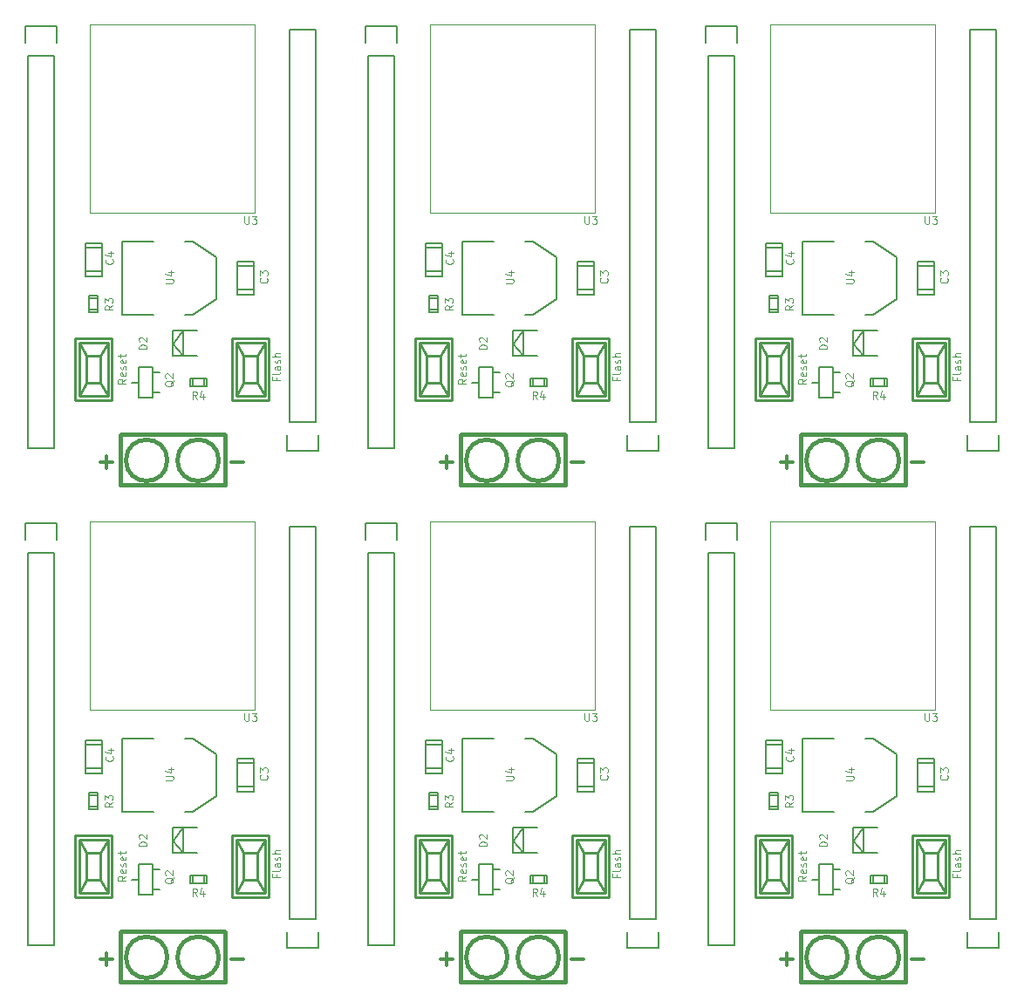
<source format=gto>
G04 #@! TF.FileFunction,Legend,Top*
%FSLAX46Y46*%
G04 Gerber Fmt 4.6, Leading zero omitted, Abs format (unit mm)*
G04 Created by KiCad (PCBNEW no-vcs-found-undefined) date Sun Nov  6 11:39:55 2016*
%MOMM*%
%LPD*%
G01*
G04 APERTURE LIST*
%ADD10C,0.100000*%
%ADD11C,0.300000*%
%ADD12C,0.150000*%
%ADD13C,0.127000*%
%ADD14C,0.254000*%
%ADD15C,0.050000*%
%ADD16C,0.381000*%
G04 APERTURE END LIST*
D10*
X112747828Y-127919028D02*
X112747828Y-128169028D01*
X113140685Y-128169028D02*
X112390685Y-128169028D01*
X112390685Y-127811885D01*
X113140685Y-127419028D02*
X113104971Y-127490457D01*
X113033542Y-127526171D01*
X112390685Y-127526171D01*
X113140685Y-126811885D02*
X112747828Y-126811885D01*
X112676400Y-126847600D01*
X112640685Y-126919028D01*
X112640685Y-127061885D01*
X112676400Y-127133314D01*
X113104971Y-126811885D02*
X113140685Y-126883314D01*
X113140685Y-127061885D01*
X113104971Y-127133314D01*
X113033542Y-127169028D01*
X112962114Y-127169028D01*
X112890685Y-127133314D01*
X112854971Y-127061885D01*
X112854971Y-126883314D01*
X112819257Y-126811885D01*
X113104971Y-126490457D02*
X113140685Y-126419028D01*
X113140685Y-126276171D01*
X113104971Y-126204742D01*
X113033542Y-126169028D01*
X112997828Y-126169028D01*
X112926400Y-126204742D01*
X112890685Y-126276171D01*
X112890685Y-126383314D01*
X112854971Y-126454742D01*
X112783542Y-126490457D01*
X112747828Y-126490457D01*
X112676400Y-126454742D01*
X112640685Y-126383314D01*
X112640685Y-126276171D01*
X112676400Y-126204742D01*
X113140685Y-125847600D02*
X112390685Y-125847600D01*
X113140685Y-125526171D02*
X112747828Y-125526171D01*
X112676400Y-125561885D01*
X112640685Y-125633314D01*
X112640685Y-125740457D01*
X112676400Y-125811885D01*
X112712114Y-125847600D01*
X98154685Y-128030171D02*
X97797542Y-128280171D01*
X98154685Y-128458742D02*
X97404685Y-128458742D01*
X97404685Y-128173028D01*
X97440400Y-128101600D01*
X97476114Y-128065885D01*
X97547542Y-128030171D01*
X97654685Y-128030171D01*
X97726114Y-128065885D01*
X97761828Y-128101600D01*
X97797542Y-128173028D01*
X97797542Y-128458742D01*
X98118971Y-127423028D02*
X98154685Y-127494457D01*
X98154685Y-127637314D01*
X98118971Y-127708742D01*
X98047542Y-127744457D01*
X97761828Y-127744457D01*
X97690400Y-127708742D01*
X97654685Y-127637314D01*
X97654685Y-127494457D01*
X97690400Y-127423028D01*
X97761828Y-127387314D01*
X97833257Y-127387314D01*
X97904685Y-127744457D01*
X98118971Y-127101600D02*
X98154685Y-127030171D01*
X98154685Y-126887314D01*
X98118971Y-126815885D01*
X98047542Y-126780171D01*
X98011828Y-126780171D01*
X97940400Y-126815885D01*
X97904685Y-126887314D01*
X97904685Y-126994457D01*
X97868971Y-127065885D01*
X97797542Y-127101600D01*
X97761828Y-127101600D01*
X97690400Y-127065885D01*
X97654685Y-126994457D01*
X97654685Y-126887314D01*
X97690400Y-126815885D01*
X98118971Y-126173028D02*
X98154685Y-126244457D01*
X98154685Y-126387314D01*
X98118971Y-126458742D01*
X98047542Y-126494457D01*
X97761828Y-126494457D01*
X97690400Y-126458742D01*
X97654685Y-126387314D01*
X97654685Y-126244457D01*
X97690400Y-126173028D01*
X97761828Y-126137314D01*
X97833257Y-126137314D01*
X97904685Y-126494457D01*
X97654685Y-125923028D02*
X97654685Y-125637314D01*
X97404685Y-125815885D02*
X98047542Y-125815885D01*
X98118971Y-125780171D01*
X98154685Y-125708742D01*
X98154685Y-125637314D01*
D11*
X95719971Y-136098742D02*
X96862828Y-136098742D01*
X96291400Y-136670171D02*
X96291400Y-135527314D01*
X108419971Y-136098742D02*
X109562828Y-136098742D01*
X75399971Y-136098742D02*
X76542828Y-136098742D01*
X62699971Y-136098742D02*
X63842828Y-136098742D01*
X63271400Y-136670171D02*
X63271400Y-135527314D01*
D10*
X65134685Y-128030171D02*
X64777542Y-128280171D01*
X65134685Y-128458742D02*
X64384685Y-128458742D01*
X64384685Y-128173028D01*
X64420400Y-128101600D01*
X64456114Y-128065885D01*
X64527542Y-128030171D01*
X64634685Y-128030171D01*
X64706114Y-128065885D01*
X64741828Y-128101600D01*
X64777542Y-128173028D01*
X64777542Y-128458742D01*
X65098971Y-127423028D02*
X65134685Y-127494457D01*
X65134685Y-127637314D01*
X65098971Y-127708742D01*
X65027542Y-127744457D01*
X64741828Y-127744457D01*
X64670400Y-127708742D01*
X64634685Y-127637314D01*
X64634685Y-127494457D01*
X64670400Y-127423028D01*
X64741828Y-127387314D01*
X64813257Y-127387314D01*
X64884685Y-127744457D01*
X65098971Y-127101600D02*
X65134685Y-127030171D01*
X65134685Y-126887314D01*
X65098971Y-126815885D01*
X65027542Y-126780171D01*
X64991828Y-126780171D01*
X64920400Y-126815885D01*
X64884685Y-126887314D01*
X64884685Y-126994457D01*
X64848971Y-127065885D01*
X64777542Y-127101600D01*
X64741828Y-127101600D01*
X64670400Y-127065885D01*
X64634685Y-126994457D01*
X64634685Y-126887314D01*
X64670400Y-126815885D01*
X65098971Y-126173028D02*
X65134685Y-126244457D01*
X65134685Y-126387314D01*
X65098971Y-126458742D01*
X65027542Y-126494457D01*
X64741828Y-126494457D01*
X64670400Y-126458742D01*
X64634685Y-126387314D01*
X64634685Y-126244457D01*
X64670400Y-126173028D01*
X64741828Y-126137314D01*
X64813257Y-126137314D01*
X64884685Y-126494457D01*
X64634685Y-125923028D02*
X64634685Y-125637314D01*
X64384685Y-125815885D02*
X65027542Y-125815885D01*
X65098971Y-125780171D01*
X65134685Y-125708742D01*
X65134685Y-125637314D01*
X79727828Y-127919028D02*
X79727828Y-128169028D01*
X80120685Y-128169028D02*
X79370685Y-128169028D01*
X79370685Y-127811885D01*
X80120685Y-127419028D02*
X80084971Y-127490457D01*
X80013542Y-127526171D01*
X79370685Y-127526171D01*
X80120685Y-126811885D02*
X79727828Y-126811885D01*
X79656400Y-126847600D01*
X79620685Y-126919028D01*
X79620685Y-127061885D01*
X79656400Y-127133314D01*
X80084971Y-126811885D02*
X80120685Y-126883314D01*
X80120685Y-127061885D01*
X80084971Y-127133314D01*
X80013542Y-127169028D01*
X79942114Y-127169028D01*
X79870685Y-127133314D01*
X79834971Y-127061885D01*
X79834971Y-126883314D01*
X79799257Y-126811885D01*
X80084971Y-126490457D02*
X80120685Y-126419028D01*
X80120685Y-126276171D01*
X80084971Y-126204742D01*
X80013542Y-126169028D01*
X79977828Y-126169028D01*
X79906400Y-126204742D01*
X79870685Y-126276171D01*
X79870685Y-126383314D01*
X79834971Y-126454742D01*
X79763542Y-126490457D01*
X79727828Y-126490457D01*
X79656400Y-126454742D01*
X79620685Y-126383314D01*
X79620685Y-126276171D01*
X79656400Y-126204742D01*
X80120685Y-125847600D02*
X79370685Y-125847600D01*
X80120685Y-125526171D02*
X79727828Y-125526171D01*
X79656400Y-125561885D01*
X79620685Y-125633314D01*
X79620685Y-125740457D01*
X79656400Y-125811885D01*
X79692114Y-125847600D01*
X46707828Y-127919028D02*
X46707828Y-128169028D01*
X47100685Y-128169028D02*
X46350685Y-128169028D01*
X46350685Y-127811885D01*
X47100685Y-127419028D02*
X47064971Y-127490457D01*
X46993542Y-127526171D01*
X46350685Y-127526171D01*
X47100685Y-126811885D02*
X46707828Y-126811885D01*
X46636400Y-126847600D01*
X46600685Y-126919028D01*
X46600685Y-127061885D01*
X46636400Y-127133314D01*
X47064971Y-126811885D02*
X47100685Y-126883314D01*
X47100685Y-127061885D01*
X47064971Y-127133314D01*
X46993542Y-127169028D01*
X46922114Y-127169028D01*
X46850685Y-127133314D01*
X46814971Y-127061885D01*
X46814971Y-126883314D01*
X46779257Y-126811885D01*
X47064971Y-126490457D02*
X47100685Y-126419028D01*
X47100685Y-126276171D01*
X47064971Y-126204742D01*
X46993542Y-126169028D01*
X46957828Y-126169028D01*
X46886400Y-126204742D01*
X46850685Y-126276171D01*
X46850685Y-126383314D01*
X46814971Y-126454742D01*
X46743542Y-126490457D01*
X46707828Y-126490457D01*
X46636400Y-126454742D01*
X46600685Y-126383314D01*
X46600685Y-126276171D01*
X46636400Y-126204742D01*
X47100685Y-125847600D02*
X46350685Y-125847600D01*
X47100685Y-125526171D02*
X46707828Y-125526171D01*
X46636400Y-125561885D01*
X46600685Y-125633314D01*
X46600685Y-125740457D01*
X46636400Y-125811885D01*
X46672114Y-125847600D01*
X32114685Y-128030171D02*
X31757542Y-128280171D01*
X32114685Y-128458742D02*
X31364685Y-128458742D01*
X31364685Y-128173028D01*
X31400400Y-128101600D01*
X31436114Y-128065885D01*
X31507542Y-128030171D01*
X31614685Y-128030171D01*
X31686114Y-128065885D01*
X31721828Y-128101600D01*
X31757542Y-128173028D01*
X31757542Y-128458742D01*
X32078971Y-127423028D02*
X32114685Y-127494457D01*
X32114685Y-127637314D01*
X32078971Y-127708742D01*
X32007542Y-127744457D01*
X31721828Y-127744457D01*
X31650400Y-127708742D01*
X31614685Y-127637314D01*
X31614685Y-127494457D01*
X31650400Y-127423028D01*
X31721828Y-127387314D01*
X31793257Y-127387314D01*
X31864685Y-127744457D01*
X32078971Y-127101600D02*
X32114685Y-127030171D01*
X32114685Y-126887314D01*
X32078971Y-126815885D01*
X32007542Y-126780171D01*
X31971828Y-126780171D01*
X31900400Y-126815885D01*
X31864685Y-126887314D01*
X31864685Y-126994457D01*
X31828971Y-127065885D01*
X31757542Y-127101600D01*
X31721828Y-127101600D01*
X31650400Y-127065885D01*
X31614685Y-126994457D01*
X31614685Y-126887314D01*
X31650400Y-126815885D01*
X32078971Y-126173028D02*
X32114685Y-126244457D01*
X32114685Y-126387314D01*
X32078971Y-126458742D01*
X32007542Y-126494457D01*
X31721828Y-126494457D01*
X31650400Y-126458742D01*
X31614685Y-126387314D01*
X31614685Y-126244457D01*
X31650400Y-126173028D01*
X31721828Y-126137314D01*
X31793257Y-126137314D01*
X31864685Y-126494457D01*
X31614685Y-125923028D02*
X31614685Y-125637314D01*
X31364685Y-125815885D02*
X32007542Y-125815885D01*
X32078971Y-125780171D01*
X32114685Y-125708742D01*
X32114685Y-125637314D01*
D11*
X29679971Y-136098742D02*
X30822828Y-136098742D01*
X30251400Y-136670171D02*
X30251400Y-135527314D01*
X42379971Y-136098742D02*
X43522828Y-136098742D01*
X42379971Y-184358742D02*
X43522828Y-184358742D01*
X29679971Y-184358742D02*
X30822828Y-184358742D01*
X30251400Y-184930171D02*
X30251400Y-183787314D01*
D10*
X32114685Y-176290171D02*
X31757542Y-176540171D01*
X32114685Y-176718742D02*
X31364685Y-176718742D01*
X31364685Y-176433028D01*
X31400400Y-176361600D01*
X31436114Y-176325885D01*
X31507542Y-176290171D01*
X31614685Y-176290171D01*
X31686114Y-176325885D01*
X31721828Y-176361600D01*
X31757542Y-176433028D01*
X31757542Y-176718742D01*
X32078971Y-175683028D02*
X32114685Y-175754457D01*
X32114685Y-175897314D01*
X32078971Y-175968742D01*
X32007542Y-176004457D01*
X31721828Y-176004457D01*
X31650400Y-175968742D01*
X31614685Y-175897314D01*
X31614685Y-175754457D01*
X31650400Y-175683028D01*
X31721828Y-175647314D01*
X31793257Y-175647314D01*
X31864685Y-176004457D01*
X32078971Y-175361600D02*
X32114685Y-175290171D01*
X32114685Y-175147314D01*
X32078971Y-175075885D01*
X32007542Y-175040171D01*
X31971828Y-175040171D01*
X31900400Y-175075885D01*
X31864685Y-175147314D01*
X31864685Y-175254457D01*
X31828971Y-175325885D01*
X31757542Y-175361600D01*
X31721828Y-175361600D01*
X31650400Y-175325885D01*
X31614685Y-175254457D01*
X31614685Y-175147314D01*
X31650400Y-175075885D01*
X32078971Y-174433028D02*
X32114685Y-174504457D01*
X32114685Y-174647314D01*
X32078971Y-174718742D01*
X32007542Y-174754457D01*
X31721828Y-174754457D01*
X31650400Y-174718742D01*
X31614685Y-174647314D01*
X31614685Y-174504457D01*
X31650400Y-174433028D01*
X31721828Y-174397314D01*
X31793257Y-174397314D01*
X31864685Y-174754457D01*
X31614685Y-174183028D02*
X31614685Y-173897314D01*
X31364685Y-174075885D02*
X32007542Y-174075885D01*
X32078971Y-174040171D01*
X32114685Y-173968742D01*
X32114685Y-173897314D01*
X46707828Y-176179028D02*
X46707828Y-176429028D01*
X47100685Y-176429028D02*
X46350685Y-176429028D01*
X46350685Y-176071885D01*
X47100685Y-175679028D02*
X47064971Y-175750457D01*
X46993542Y-175786171D01*
X46350685Y-175786171D01*
X47100685Y-175071885D02*
X46707828Y-175071885D01*
X46636400Y-175107600D01*
X46600685Y-175179028D01*
X46600685Y-175321885D01*
X46636400Y-175393314D01*
X47064971Y-175071885D02*
X47100685Y-175143314D01*
X47100685Y-175321885D01*
X47064971Y-175393314D01*
X46993542Y-175429028D01*
X46922114Y-175429028D01*
X46850685Y-175393314D01*
X46814971Y-175321885D01*
X46814971Y-175143314D01*
X46779257Y-175071885D01*
X47064971Y-174750457D02*
X47100685Y-174679028D01*
X47100685Y-174536171D01*
X47064971Y-174464742D01*
X46993542Y-174429028D01*
X46957828Y-174429028D01*
X46886400Y-174464742D01*
X46850685Y-174536171D01*
X46850685Y-174643314D01*
X46814971Y-174714742D01*
X46743542Y-174750457D01*
X46707828Y-174750457D01*
X46636400Y-174714742D01*
X46600685Y-174643314D01*
X46600685Y-174536171D01*
X46636400Y-174464742D01*
X47100685Y-174107600D02*
X46350685Y-174107600D01*
X47100685Y-173786171D02*
X46707828Y-173786171D01*
X46636400Y-173821885D01*
X46600685Y-173893314D01*
X46600685Y-174000457D01*
X46636400Y-174071885D01*
X46672114Y-174107600D01*
X79727828Y-176179028D02*
X79727828Y-176429028D01*
X80120685Y-176429028D02*
X79370685Y-176429028D01*
X79370685Y-176071885D01*
X80120685Y-175679028D02*
X80084971Y-175750457D01*
X80013542Y-175786171D01*
X79370685Y-175786171D01*
X80120685Y-175071885D02*
X79727828Y-175071885D01*
X79656400Y-175107600D01*
X79620685Y-175179028D01*
X79620685Y-175321885D01*
X79656400Y-175393314D01*
X80084971Y-175071885D02*
X80120685Y-175143314D01*
X80120685Y-175321885D01*
X80084971Y-175393314D01*
X80013542Y-175429028D01*
X79942114Y-175429028D01*
X79870685Y-175393314D01*
X79834971Y-175321885D01*
X79834971Y-175143314D01*
X79799257Y-175071885D01*
X80084971Y-174750457D02*
X80120685Y-174679028D01*
X80120685Y-174536171D01*
X80084971Y-174464742D01*
X80013542Y-174429028D01*
X79977828Y-174429028D01*
X79906400Y-174464742D01*
X79870685Y-174536171D01*
X79870685Y-174643314D01*
X79834971Y-174714742D01*
X79763542Y-174750457D01*
X79727828Y-174750457D01*
X79656400Y-174714742D01*
X79620685Y-174643314D01*
X79620685Y-174536171D01*
X79656400Y-174464742D01*
X80120685Y-174107600D02*
X79370685Y-174107600D01*
X80120685Y-173786171D02*
X79727828Y-173786171D01*
X79656400Y-173821885D01*
X79620685Y-173893314D01*
X79620685Y-174000457D01*
X79656400Y-174071885D01*
X79692114Y-174107600D01*
X65134685Y-176290171D02*
X64777542Y-176540171D01*
X65134685Y-176718742D02*
X64384685Y-176718742D01*
X64384685Y-176433028D01*
X64420400Y-176361600D01*
X64456114Y-176325885D01*
X64527542Y-176290171D01*
X64634685Y-176290171D01*
X64706114Y-176325885D01*
X64741828Y-176361600D01*
X64777542Y-176433028D01*
X64777542Y-176718742D01*
X65098971Y-175683028D02*
X65134685Y-175754457D01*
X65134685Y-175897314D01*
X65098971Y-175968742D01*
X65027542Y-176004457D01*
X64741828Y-176004457D01*
X64670400Y-175968742D01*
X64634685Y-175897314D01*
X64634685Y-175754457D01*
X64670400Y-175683028D01*
X64741828Y-175647314D01*
X64813257Y-175647314D01*
X64884685Y-176004457D01*
X65098971Y-175361600D02*
X65134685Y-175290171D01*
X65134685Y-175147314D01*
X65098971Y-175075885D01*
X65027542Y-175040171D01*
X64991828Y-175040171D01*
X64920400Y-175075885D01*
X64884685Y-175147314D01*
X64884685Y-175254457D01*
X64848971Y-175325885D01*
X64777542Y-175361600D01*
X64741828Y-175361600D01*
X64670400Y-175325885D01*
X64634685Y-175254457D01*
X64634685Y-175147314D01*
X64670400Y-175075885D01*
X65098971Y-174433028D02*
X65134685Y-174504457D01*
X65134685Y-174647314D01*
X65098971Y-174718742D01*
X65027542Y-174754457D01*
X64741828Y-174754457D01*
X64670400Y-174718742D01*
X64634685Y-174647314D01*
X64634685Y-174504457D01*
X64670400Y-174433028D01*
X64741828Y-174397314D01*
X64813257Y-174397314D01*
X64884685Y-174754457D01*
X64634685Y-174183028D02*
X64634685Y-173897314D01*
X64384685Y-174075885D02*
X65027542Y-174075885D01*
X65098971Y-174040171D01*
X65134685Y-173968742D01*
X65134685Y-173897314D01*
D11*
X62699971Y-184358742D02*
X63842828Y-184358742D01*
X63271400Y-184930171D02*
X63271400Y-183787314D01*
X75399971Y-184358742D02*
X76542828Y-184358742D01*
X108419971Y-184358742D02*
X109562828Y-184358742D01*
X95719971Y-184358742D02*
X96862828Y-184358742D01*
X96291400Y-184930171D02*
X96291400Y-183787314D01*
D10*
X98154685Y-176290171D02*
X97797542Y-176540171D01*
X98154685Y-176718742D02*
X97404685Y-176718742D01*
X97404685Y-176433028D01*
X97440400Y-176361600D01*
X97476114Y-176325885D01*
X97547542Y-176290171D01*
X97654685Y-176290171D01*
X97726114Y-176325885D01*
X97761828Y-176361600D01*
X97797542Y-176433028D01*
X97797542Y-176718742D01*
X98118971Y-175683028D02*
X98154685Y-175754457D01*
X98154685Y-175897314D01*
X98118971Y-175968742D01*
X98047542Y-176004457D01*
X97761828Y-176004457D01*
X97690400Y-175968742D01*
X97654685Y-175897314D01*
X97654685Y-175754457D01*
X97690400Y-175683028D01*
X97761828Y-175647314D01*
X97833257Y-175647314D01*
X97904685Y-176004457D01*
X98118971Y-175361600D02*
X98154685Y-175290171D01*
X98154685Y-175147314D01*
X98118971Y-175075885D01*
X98047542Y-175040171D01*
X98011828Y-175040171D01*
X97940400Y-175075885D01*
X97904685Y-175147314D01*
X97904685Y-175254457D01*
X97868971Y-175325885D01*
X97797542Y-175361600D01*
X97761828Y-175361600D01*
X97690400Y-175325885D01*
X97654685Y-175254457D01*
X97654685Y-175147314D01*
X97690400Y-175075885D01*
X98118971Y-174433028D02*
X98154685Y-174504457D01*
X98154685Y-174647314D01*
X98118971Y-174718742D01*
X98047542Y-174754457D01*
X97761828Y-174754457D01*
X97690400Y-174718742D01*
X97654685Y-174647314D01*
X97654685Y-174504457D01*
X97690400Y-174433028D01*
X97761828Y-174397314D01*
X97833257Y-174397314D01*
X97904685Y-174754457D01*
X97654685Y-174183028D02*
X97654685Y-173897314D01*
X97404685Y-174075885D02*
X98047542Y-174075885D01*
X98118971Y-174040171D01*
X98154685Y-173968742D01*
X98154685Y-173897314D01*
X112747828Y-176179028D02*
X112747828Y-176429028D01*
X113140685Y-176429028D02*
X112390685Y-176429028D01*
X112390685Y-176071885D01*
X113140685Y-175679028D02*
X113104971Y-175750457D01*
X113033542Y-175786171D01*
X112390685Y-175786171D01*
X113140685Y-175071885D02*
X112747828Y-175071885D01*
X112676400Y-175107600D01*
X112640685Y-175179028D01*
X112640685Y-175321885D01*
X112676400Y-175393314D01*
X113104971Y-175071885D02*
X113140685Y-175143314D01*
X113140685Y-175321885D01*
X113104971Y-175393314D01*
X113033542Y-175429028D01*
X112962114Y-175429028D01*
X112890685Y-175393314D01*
X112854971Y-175321885D01*
X112854971Y-175143314D01*
X112819257Y-175071885D01*
X113104971Y-174750457D02*
X113140685Y-174679028D01*
X113140685Y-174536171D01*
X113104971Y-174464742D01*
X113033542Y-174429028D01*
X112997828Y-174429028D01*
X112926400Y-174464742D01*
X112890685Y-174536171D01*
X112890685Y-174643314D01*
X112854971Y-174714742D01*
X112783542Y-174750457D01*
X112747828Y-174750457D01*
X112676400Y-174714742D01*
X112640685Y-174643314D01*
X112640685Y-174536171D01*
X112676400Y-174464742D01*
X113140685Y-174107600D02*
X112390685Y-174107600D01*
X113140685Y-173786171D02*
X112747828Y-173786171D01*
X112676400Y-173821885D01*
X112640685Y-173893314D01*
X112640685Y-174000457D01*
X112676400Y-174071885D01*
X112712114Y-174107600D01*
D12*
X88671400Y-96621600D02*
X88671400Y-134721600D01*
X88671400Y-134721600D02*
X91211400Y-134721600D01*
X91211400Y-134721600D02*
X91211400Y-96621600D01*
X91491400Y-93801600D02*
X91491400Y-95351600D01*
X91211400Y-96621600D02*
X88671400Y-96621600D01*
X88391400Y-95351600D02*
X88391400Y-93801600D01*
X88391400Y-93801600D02*
X91491400Y-93801600D01*
X116891400Y-135001600D02*
X113791400Y-135001600D01*
X116891400Y-133451600D02*
X116891400Y-135001600D01*
X114071400Y-132181600D02*
X116611400Y-132181600D01*
X113791400Y-135001600D02*
X113791400Y-133451600D01*
X114071400Y-94081600D02*
X114071400Y-132181600D01*
X116611400Y-94081600D02*
X114071400Y-94081600D01*
X116611400Y-132181600D02*
X116611400Y-94081600D01*
D13*
X100799900Y-127419100D02*
X101460300Y-127419100D01*
X100799900Y-129324100D02*
X101460300Y-129324100D01*
X99402900Y-128371600D02*
X98742500Y-128371600D01*
X99402900Y-129870200D02*
X99402900Y-126873000D01*
X99402900Y-126873000D02*
X100799900Y-126873000D01*
X100799900Y-126873000D02*
X100799900Y-129870200D01*
X100799900Y-129870200D02*
X99402900Y-129870200D01*
X95427800Y-121564400D02*
X94615000Y-121564400D01*
X95427800Y-119938800D02*
X95427800Y-121564400D01*
X94615000Y-119938800D02*
X95427800Y-119938800D01*
X94615000Y-121564400D02*
X94615000Y-119938800D01*
X94640400Y-121310400D02*
X95427800Y-121310400D01*
X95427800Y-120192800D02*
X94615000Y-120192800D01*
X105740200Y-128778000D02*
X105740200Y-127965200D01*
X104622600Y-127990600D02*
X104622600Y-128778000D01*
X104368600Y-127965200D02*
X105994200Y-127965200D01*
X105994200Y-127965200D02*
X105994200Y-128778000D01*
X105994200Y-128778000D02*
X104368600Y-128778000D01*
X104368600Y-128778000D02*
X104368600Y-127965200D01*
D14*
X94320360Y-125801120D02*
X93621860Y-124500640D01*
X95722440Y-125801120D02*
X96420940Y-124500640D01*
X95722440Y-128402080D02*
X96420940Y-129702560D01*
X93621860Y-129702560D02*
X94320360Y-128402080D01*
X93621860Y-129702560D02*
X93621860Y-124500640D01*
X93621860Y-124500640D02*
X96420940Y-124500640D01*
X96420940Y-124500640D02*
X96420940Y-129702560D01*
X96420940Y-129702560D02*
X93621860Y-129702560D01*
X94320360Y-128402080D02*
X94320360Y-125801120D01*
X94320360Y-125801120D02*
X95722440Y-125801120D01*
X95722440Y-125801120D02*
X95722440Y-128402080D01*
X95722440Y-128402080D02*
X94320360Y-128402080D01*
X93220540Y-130101340D02*
X93220540Y-124101860D01*
X93220540Y-124101860D02*
X96822260Y-124101860D01*
X96822260Y-124101860D02*
X96822260Y-130101340D01*
X96822260Y-130101340D02*
X93220540Y-130101340D01*
X108460540Y-124101860D02*
X112062260Y-124101860D01*
X108460540Y-130101340D02*
X108460540Y-124101860D01*
X112062260Y-130101340D02*
X108460540Y-130101340D01*
X112062260Y-124101860D02*
X112062260Y-130101340D01*
X109560360Y-125801120D02*
X110962440Y-125801120D01*
X109560360Y-128402080D02*
X109560360Y-125801120D01*
X110962440Y-128402080D02*
X109560360Y-128402080D01*
X110962440Y-125801120D02*
X110962440Y-128402080D01*
X108861860Y-124500640D02*
X111660940Y-124500640D01*
X108861860Y-129702560D02*
X108861860Y-124500640D01*
X111660940Y-129702560D02*
X108861860Y-129702560D01*
X111660940Y-124500640D02*
X111660940Y-129702560D01*
X111660940Y-124500640D02*
X110962440Y-125801120D01*
X109560360Y-125801120D02*
X108861860Y-124500640D01*
X109560360Y-128402080D02*
X108861860Y-129702560D01*
X110962440Y-128402080D02*
X111660940Y-129702560D01*
D12*
X104673400Y-121767600D02*
X103911400Y-121767600D01*
X106959400Y-120243600D02*
X104673400Y-121767600D01*
X106959400Y-116179600D02*
X106959400Y-120243600D01*
X104673400Y-114655600D02*
X106959400Y-116179600D01*
X103911400Y-114655600D02*
X104673400Y-114655600D01*
X97815400Y-121767600D02*
X100863400Y-121767600D01*
X97815400Y-114655600D02*
X97815400Y-121767600D01*
X100863400Y-114655600D02*
X97815400Y-114655600D01*
X102760780Y-124561600D02*
X103710740Y-123311920D01*
X103710740Y-123311920D02*
X103710740Y-125811280D01*
X103710740Y-125811280D02*
X102712520Y-124561600D01*
X102712520Y-123311920D02*
X102712520Y-125811280D01*
X105011220Y-123311920D02*
X105110280Y-123311920D01*
X105011220Y-125811280D02*
X105110280Y-125811280D01*
X102712520Y-123311920D02*
X105062020Y-123311920D01*
X102712520Y-125811280D02*
X104960420Y-125811280D01*
D13*
X110566200Y-119811800D02*
X110566200Y-116611400D01*
X108940600Y-119811800D02*
X110566200Y-119811800D01*
X108940600Y-116611400D02*
X108940600Y-119811800D01*
X110566200Y-116611400D02*
X108940600Y-116611400D01*
X110566200Y-117068600D02*
X108940600Y-117068600D01*
X108940600Y-119354600D02*
X110566200Y-119354600D01*
X94208600Y-117576600D02*
X95834200Y-117576600D01*
X95834200Y-115290600D02*
X94208600Y-115290600D01*
X95834200Y-114833400D02*
X94208600Y-114833400D01*
X94208600Y-114833400D02*
X94208600Y-118033800D01*
X94208600Y-118033800D02*
X95834200Y-118033800D01*
X95834200Y-118033800D02*
X95834200Y-114833400D01*
D15*
X110640400Y-111861600D02*
X94640400Y-111861600D01*
X110642400Y-93573600D02*
X110642400Y-111861600D01*
X94640400Y-93573600D02*
X110642400Y-93573600D01*
X94640400Y-93573600D02*
X94640400Y-111861600D01*
D16*
X107677000Y-138325000D02*
X97677000Y-138325000D01*
X107677000Y-133425000D02*
X97677000Y-133425000D01*
X107177000Y-135925000D02*
G75*
G03X107177000Y-135925000I-2000000J0D01*
G01*
X102177000Y-135925000D02*
G75*
G03X102177000Y-135925000I-2000000J0D01*
G01*
X97597000Y-138311000D02*
X97597000Y-133485000D01*
X107757000Y-138311000D02*
X107757000Y-133485000D01*
X74737000Y-138311000D02*
X74737000Y-133485000D01*
X64577000Y-138311000D02*
X64577000Y-133485000D01*
X69157000Y-135925000D02*
G75*
G03X69157000Y-135925000I-2000000J0D01*
G01*
X74157000Y-135925000D02*
G75*
G03X74157000Y-135925000I-2000000J0D01*
G01*
X74657000Y-133425000D02*
X64657000Y-133425000D01*
X74657000Y-138325000D02*
X64657000Y-138325000D01*
D15*
X61620400Y-93573600D02*
X61620400Y-111861600D01*
X61620400Y-93573600D02*
X77622400Y-93573600D01*
X77622400Y-93573600D02*
X77622400Y-111861600D01*
X77620400Y-111861600D02*
X61620400Y-111861600D01*
D13*
X62814200Y-118033800D02*
X62814200Y-114833400D01*
X61188600Y-118033800D02*
X62814200Y-118033800D01*
X61188600Y-114833400D02*
X61188600Y-118033800D01*
X62814200Y-114833400D02*
X61188600Y-114833400D01*
X62814200Y-115290600D02*
X61188600Y-115290600D01*
X61188600Y-117576600D02*
X62814200Y-117576600D01*
X75920600Y-119354600D02*
X77546200Y-119354600D01*
X77546200Y-117068600D02*
X75920600Y-117068600D01*
X77546200Y-116611400D02*
X75920600Y-116611400D01*
X75920600Y-116611400D02*
X75920600Y-119811800D01*
X75920600Y-119811800D02*
X77546200Y-119811800D01*
X77546200Y-119811800D02*
X77546200Y-116611400D01*
D12*
X69692520Y-125811280D02*
X71940420Y-125811280D01*
X69692520Y-123311920D02*
X72042020Y-123311920D01*
X71991220Y-125811280D02*
X72090280Y-125811280D01*
X71991220Y-123311920D02*
X72090280Y-123311920D01*
X69692520Y-123311920D02*
X69692520Y-125811280D01*
X70690740Y-125811280D02*
X69692520Y-124561600D01*
X70690740Y-123311920D02*
X70690740Y-125811280D01*
X69740780Y-124561600D02*
X70690740Y-123311920D01*
X67843400Y-114655600D02*
X64795400Y-114655600D01*
X64795400Y-114655600D02*
X64795400Y-121767600D01*
X64795400Y-121767600D02*
X67843400Y-121767600D01*
X70891400Y-114655600D02*
X71653400Y-114655600D01*
X71653400Y-114655600D02*
X73939400Y-116179600D01*
X73939400Y-116179600D02*
X73939400Y-120243600D01*
X73939400Y-120243600D02*
X71653400Y-121767600D01*
X71653400Y-121767600D02*
X70891400Y-121767600D01*
D14*
X77942440Y-128402080D02*
X78640940Y-129702560D01*
X76540360Y-128402080D02*
X75841860Y-129702560D01*
X76540360Y-125801120D02*
X75841860Y-124500640D01*
X78640940Y-124500640D02*
X77942440Y-125801120D01*
X78640940Y-124500640D02*
X78640940Y-129702560D01*
X78640940Y-129702560D02*
X75841860Y-129702560D01*
X75841860Y-129702560D02*
X75841860Y-124500640D01*
X75841860Y-124500640D02*
X78640940Y-124500640D01*
X77942440Y-125801120D02*
X77942440Y-128402080D01*
X77942440Y-128402080D02*
X76540360Y-128402080D01*
X76540360Y-128402080D02*
X76540360Y-125801120D01*
X76540360Y-125801120D02*
X77942440Y-125801120D01*
X79042260Y-124101860D02*
X79042260Y-130101340D01*
X79042260Y-130101340D02*
X75440540Y-130101340D01*
X75440540Y-130101340D02*
X75440540Y-124101860D01*
X75440540Y-124101860D02*
X79042260Y-124101860D01*
X63802260Y-130101340D02*
X60200540Y-130101340D01*
X63802260Y-124101860D02*
X63802260Y-130101340D01*
X60200540Y-124101860D02*
X63802260Y-124101860D01*
X60200540Y-130101340D02*
X60200540Y-124101860D01*
X62702440Y-128402080D02*
X61300360Y-128402080D01*
X62702440Y-125801120D02*
X62702440Y-128402080D01*
X61300360Y-125801120D02*
X62702440Y-125801120D01*
X61300360Y-128402080D02*
X61300360Y-125801120D01*
X63400940Y-129702560D02*
X60601860Y-129702560D01*
X63400940Y-124500640D02*
X63400940Y-129702560D01*
X60601860Y-124500640D02*
X63400940Y-124500640D01*
X60601860Y-129702560D02*
X60601860Y-124500640D01*
X60601860Y-129702560D02*
X61300360Y-128402080D01*
X62702440Y-128402080D02*
X63400940Y-129702560D01*
X62702440Y-125801120D02*
X63400940Y-124500640D01*
X61300360Y-125801120D02*
X60601860Y-124500640D01*
D13*
X71348600Y-128778000D02*
X71348600Y-127965200D01*
X72974200Y-128778000D02*
X71348600Y-128778000D01*
X72974200Y-127965200D02*
X72974200Y-128778000D01*
X71348600Y-127965200D02*
X72974200Y-127965200D01*
X71602600Y-127990600D02*
X71602600Y-128778000D01*
X72720200Y-128778000D02*
X72720200Y-127965200D01*
X62407800Y-120192800D02*
X61595000Y-120192800D01*
X61620400Y-121310400D02*
X62407800Y-121310400D01*
X61595000Y-121564400D02*
X61595000Y-119938800D01*
X61595000Y-119938800D02*
X62407800Y-119938800D01*
X62407800Y-119938800D02*
X62407800Y-121564400D01*
X62407800Y-121564400D02*
X61595000Y-121564400D01*
X67779900Y-129870200D02*
X66382900Y-129870200D01*
X67779900Y-126873000D02*
X67779900Y-129870200D01*
X66382900Y-126873000D02*
X67779900Y-126873000D01*
X66382900Y-129870200D02*
X66382900Y-126873000D01*
X66382900Y-128371600D02*
X65722500Y-128371600D01*
X67779900Y-129324100D02*
X68440300Y-129324100D01*
X67779900Y-127419100D02*
X68440300Y-127419100D01*
D12*
X83591400Y-132181600D02*
X83591400Y-94081600D01*
X83591400Y-94081600D02*
X81051400Y-94081600D01*
X81051400Y-94081600D02*
X81051400Y-132181600D01*
X80771400Y-135001600D02*
X80771400Y-133451600D01*
X81051400Y-132181600D02*
X83591400Y-132181600D01*
X83871400Y-133451600D02*
X83871400Y-135001600D01*
X83871400Y-135001600D02*
X80771400Y-135001600D01*
X55371400Y-93801600D02*
X58471400Y-93801600D01*
X55371400Y-95351600D02*
X55371400Y-93801600D01*
X58191400Y-96621600D02*
X55651400Y-96621600D01*
X58471400Y-93801600D02*
X58471400Y-95351600D01*
X58191400Y-134721600D02*
X58191400Y-96621600D01*
X55651400Y-134721600D02*
X58191400Y-134721600D01*
X55651400Y-96621600D02*
X55651400Y-134721600D01*
X22631400Y-96621600D02*
X22631400Y-134721600D01*
X22631400Y-134721600D02*
X25171400Y-134721600D01*
X25171400Y-134721600D02*
X25171400Y-96621600D01*
X25451400Y-93801600D02*
X25451400Y-95351600D01*
X25171400Y-96621600D02*
X22631400Y-96621600D01*
X22351400Y-95351600D02*
X22351400Y-93801600D01*
X22351400Y-93801600D02*
X25451400Y-93801600D01*
X50851400Y-135001600D02*
X47751400Y-135001600D01*
X50851400Y-133451600D02*
X50851400Y-135001600D01*
X48031400Y-132181600D02*
X50571400Y-132181600D01*
X47751400Y-135001600D02*
X47751400Y-133451600D01*
X48031400Y-94081600D02*
X48031400Y-132181600D01*
X50571400Y-94081600D02*
X48031400Y-94081600D01*
X50571400Y-132181600D02*
X50571400Y-94081600D01*
D13*
X34759900Y-127419100D02*
X35420300Y-127419100D01*
X34759900Y-129324100D02*
X35420300Y-129324100D01*
X33362900Y-128371600D02*
X32702500Y-128371600D01*
X33362900Y-129870200D02*
X33362900Y-126873000D01*
X33362900Y-126873000D02*
X34759900Y-126873000D01*
X34759900Y-126873000D02*
X34759900Y-129870200D01*
X34759900Y-129870200D02*
X33362900Y-129870200D01*
X29387800Y-121564400D02*
X28575000Y-121564400D01*
X29387800Y-119938800D02*
X29387800Y-121564400D01*
X28575000Y-119938800D02*
X29387800Y-119938800D01*
X28575000Y-121564400D02*
X28575000Y-119938800D01*
X28600400Y-121310400D02*
X29387800Y-121310400D01*
X29387800Y-120192800D02*
X28575000Y-120192800D01*
X39700200Y-128778000D02*
X39700200Y-127965200D01*
X38582600Y-127990600D02*
X38582600Y-128778000D01*
X38328600Y-127965200D02*
X39954200Y-127965200D01*
X39954200Y-127965200D02*
X39954200Y-128778000D01*
X39954200Y-128778000D02*
X38328600Y-128778000D01*
X38328600Y-128778000D02*
X38328600Y-127965200D01*
D14*
X28280360Y-125801120D02*
X27581860Y-124500640D01*
X29682440Y-125801120D02*
X30380940Y-124500640D01*
X29682440Y-128402080D02*
X30380940Y-129702560D01*
X27581860Y-129702560D02*
X28280360Y-128402080D01*
X27581860Y-129702560D02*
X27581860Y-124500640D01*
X27581860Y-124500640D02*
X30380940Y-124500640D01*
X30380940Y-124500640D02*
X30380940Y-129702560D01*
X30380940Y-129702560D02*
X27581860Y-129702560D01*
X28280360Y-128402080D02*
X28280360Y-125801120D01*
X28280360Y-125801120D02*
X29682440Y-125801120D01*
X29682440Y-125801120D02*
X29682440Y-128402080D01*
X29682440Y-128402080D02*
X28280360Y-128402080D01*
X27180540Y-130101340D02*
X27180540Y-124101860D01*
X27180540Y-124101860D02*
X30782260Y-124101860D01*
X30782260Y-124101860D02*
X30782260Y-130101340D01*
X30782260Y-130101340D02*
X27180540Y-130101340D01*
X42420540Y-124101860D02*
X46022260Y-124101860D01*
X42420540Y-130101340D02*
X42420540Y-124101860D01*
X46022260Y-130101340D02*
X42420540Y-130101340D01*
X46022260Y-124101860D02*
X46022260Y-130101340D01*
X43520360Y-125801120D02*
X44922440Y-125801120D01*
X43520360Y-128402080D02*
X43520360Y-125801120D01*
X44922440Y-128402080D02*
X43520360Y-128402080D01*
X44922440Y-125801120D02*
X44922440Y-128402080D01*
X42821860Y-124500640D02*
X45620940Y-124500640D01*
X42821860Y-129702560D02*
X42821860Y-124500640D01*
X45620940Y-129702560D02*
X42821860Y-129702560D01*
X45620940Y-124500640D02*
X45620940Y-129702560D01*
X45620940Y-124500640D02*
X44922440Y-125801120D01*
X43520360Y-125801120D02*
X42821860Y-124500640D01*
X43520360Y-128402080D02*
X42821860Y-129702560D01*
X44922440Y-128402080D02*
X45620940Y-129702560D01*
D12*
X38633400Y-121767600D02*
X37871400Y-121767600D01*
X40919400Y-120243600D02*
X38633400Y-121767600D01*
X40919400Y-116179600D02*
X40919400Y-120243600D01*
X38633400Y-114655600D02*
X40919400Y-116179600D01*
X37871400Y-114655600D02*
X38633400Y-114655600D01*
X31775400Y-121767600D02*
X34823400Y-121767600D01*
X31775400Y-114655600D02*
X31775400Y-121767600D01*
X34823400Y-114655600D02*
X31775400Y-114655600D01*
X36720780Y-124561600D02*
X37670740Y-123311920D01*
X37670740Y-123311920D02*
X37670740Y-125811280D01*
X37670740Y-125811280D02*
X36672520Y-124561600D01*
X36672520Y-123311920D02*
X36672520Y-125811280D01*
X38971220Y-123311920D02*
X39070280Y-123311920D01*
X38971220Y-125811280D02*
X39070280Y-125811280D01*
X36672520Y-123311920D02*
X39022020Y-123311920D01*
X36672520Y-125811280D02*
X38920420Y-125811280D01*
D13*
X44526200Y-119811800D02*
X44526200Y-116611400D01*
X42900600Y-119811800D02*
X44526200Y-119811800D01*
X42900600Y-116611400D02*
X42900600Y-119811800D01*
X44526200Y-116611400D02*
X42900600Y-116611400D01*
X44526200Y-117068600D02*
X42900600Y-117068600D01*
X42900600Y-119354600D02*
X44526200Y-119354600D01*
X28168600Y-117576600D02*
X29794200Y-117576600D01*
X29794200Y-115290600D02*
X28168600Y-115290600D01*
X29794200Y-114833400D02*
X28168600Y-114833400D01*
X28168600Y-114833400D02*
X28168600Y-118033800D01*
X28168600Y-118033800D02*
X29794200Y-118033800D01*
X29794200Y-118033800D02*
X29794200Y-114833400D01*
D15*
X44600400Y-111861600D02*
X28600400Y-111861600D01*
X44602400Y-93573600D02*
X44602400Y-111861600D01*
X28600400Y-93573600D02*
X44602400Y-93573600D01*
X28600400Y-93573600D02*
X28600400Y-111861600D01*
D16*
X41637000Y-138325000D02*
X31637000Y-138325000D01*
X41637000Y-133425000D02*
X31637000Y-133425000D01*
X41137000Y-135925000D02*
G75*
G03X41137000Y-135925000I-2000000J0D01*
G01*
X36137000Y-135925000D02*
G75*
G03X36137000Y-135925000I-2000000J0D01*
G01*
X31557000Y-138311000D02*
X31557000Y-133485000D01*
X41717000Y-138311000D02*
X41717000Y-133485000D01*
X41717000Y-186571000D02*
X41717000Y-181745000D01*
X31557000Y-186571000D02*
X31557000Y-181745000D01*
X36137000Y-184185000D02*
G75*
G03X36137000Y-184185000I-2000000J0D01*
G01*
X41137000Y-184185000D02*
G75*
G03X41137000Y-184185000I-2000000J0D01*
G01*
X41637000Y-181685000D02*
X31637000Y-181685000D01*
X41637000Y-186585000D02*
X31637000Y-186585000D01*
D15*
X28600400Y-141833600D02*
X28600400Y-160121600D01*
X28600400Y-141833600D02*
X44602400Y-141833600D01*
X44602400Y-141833600D02*
X44602400Y-160121600D01*
X44600400Y-160121600D02*
X28600400Y-160121600D01*
D13*
X29794200Y-166293800D02*
X29794200Y-163093400D01*
X28168600Y-166293800D02*
X29794200Y-166293800D01*
X28168600Y-163093400D02*
X28168600Y-166293800D01*
X29794200Y-163093400D02*
X28168600Y-163093400D01*
X29794200Y-163550600D02*
X28168600Y-163550600D01*
X28168600Y-165836600D02*
X29794200Y-165836600D01*
X42900600Y-167614600D02*
X44526200Y-167614600D01*
X44526200Y-165328600D02*
X42900600Y-165328600D01*
X44526200Y-164871400D02*
X42900600Y-164871400D01*
X42900600Y-164871400D02*
X42900600Y-168071800D01*
X42900600Y-168071800D02*
X44526200Y-168071800D01*
X44526200Y-168071800D02*
X44526200Y-164871400D01*
D12*
X36672520Y-174071280D02*
X38920420Y-174071280D01*
X36672520Y-171571920D02*
X39022020Y-171571920D01*
X38971220Y-174071280D02*
X39070280Y-174071280D01*
X38971220Y-171571920D02*
X39070280Y-171571920D01*
X36672520Y-171571920D02*
X36672520Y-174071280D01*
X37670740Y-174071280D02*
X36672520Y-172821600D01*
X37670740Y-171571920D02*
X37670740Y-174071280D01*
X36720780Y-172821600D02*
X37670740Y-171571920D01*
X34823400Y-162915600D02*
X31775400Y-162915600D01*
X31775400Y-162915600D02*
X31775400Y-170027600D01*
X31775400Y-170027600D02*
X34823400Y-170027600D01*
X37871400Y-162915600D02*
X38633400Y-162915600D01*
X38633400Y-162915600D02*
X40919400Y-164439600D01*
X40919400Y-164439600D02*
X40919400Y-168503600D01*
X40919400Y-168503600D02*
X38633400Y-170027600D01*
X38633400Y-170027600D02*
X37871400Y-170027600D01*
D14*
X44922440Y-176662080D02*
X45620940Y-177962560D01*
X43520360Y-176662080D02*
X42821860Y-177962560D01*
X43520360Y-174061120D02*
X42821860Y-172760640D01*
X45620940Y-172760640D02*
X44922440Y-174061120D01*
X45620940Y-172760640D02*
X45620940Y-177962560D01*
X45620940Y-177962560D02*
X42821860Y-177962560D01*
X42821860Y-177962560D02*
X42821860Y-172760640D01*
X42821860Y-172760640D02*
X45620940Y-172760640D01*
X44922440Y-174061120D02*
X44922440Y-176662080D01*
X44922440Y-176662080D02*
X43520360Y-176662080D01*
X43520360Y-176662080D02*
X43520360Y-174061120D01*
X43520360Y-174061120D02*
X44922440Y-174061120D01*
X46022260Y-172361860D02*
X46022260Y-178361340D01*
X46022260Y-178361340D02*
X42420540Y-178361340D01*
X42420540Y-178361340D02*
X42420540Y-172361860D01*
X42420540Y-172361860D02*
X46022260Y-172361860D01*
X30782260Y-178361340D02*
X27180540Y-178361340D01*
X30782260Y-172361860D02*
X30782260Y-178361340D01*
X27180540Y-172361860D02*
X30782260Y-172361860D01*
X27180540Y-178361340D02*
X27180540Y-172361860D01*
X29682440Y-176662080D02*
X28280360Y-176662080D01*
X29682440Y-174061120D02*
X29682440Y-176662080D01*
X28280360Y-174061120D02*
X29682440Y-174061120D01*
X28280360Y-176662080D02*
X28280360Y-174061120D01*
X30380940Y-177962560D02*
X27581860Y-177962560D01*
X30380940Y-172760640D02*
X30380940Y-177962560D01*
X27581860Y-172760640D02*
X30380940Y-172760640D01*
X27581860Y-177962560D02*
X27581860Y-172760640D01*
X27581860Y-177962560D02*
X28280360Y-176662080D01*
X29682440Y-176662080D02*
X30380940Y-177962560D01*
X29682440Y-174061120D02*
X30380940Y-172760640D01*
X28280360Y-174061120D02*
X27581860Y-172760640D01*
D13*
X38328600Y-177038000D02*
X38328600Y-176225200D01*
X39954200Y-177038000D02*
X38328600Y-177038000D01*
X39954200Y-176225200D02*
X39954200Y-177038000D01*
X38328600Y-176225200D02*
X39954200Y-176225200D01*
X38582600Y-176250600D02*
X38582600Y-177038000D01*
X39700200Y-177038000D02*
X39700200Y-176225200D01*
X29387800Y-168452800D02*
X28575000Y-168452800D01*
X28600400Y-169570400D02*
X29387800Y-169570400D01*
X28575000Y-169824400D02*
X28575000Y-168198800D01*
X28575000Y-168198800D02*
X29387800Y-168198800D01*
X29387800Y-168198800D02*
X29387800Y-169824400D01*
X29387800Y-169824400D02*
X28575000Y-169824400D01*
X34759900Y-178130200D02*
X33362900Y-178130200D01*
X34759900Y-175133000D02*
X34759900Y-178130200D01*
X33362900Y-175133000D02*
X34759900Y-175133000D01*
X33362900Y-178130200D02*
X33362900Y-175133000D01*
X33362900Y-176631600D02*
X32702500Y-176631600D01*
X34759900Y-177584100D02*
X35420300Y-177584100D01*
X34759900Y-175679100D02*
X35420300Y-175679100D01*
D12*
X50571400Y-180441600D02*
X50571400Y-142341600D01*
X50571400Y-142341600D02*
X48031400Y-142341600D01*
X48031400Y-142341600D02*
X48031400Y-180441600D01*
X47751400Y-183261600D02*
X47751400Y-181711600D01*
X48031400Y-180441600D02*
X50571400Y-180441600D01*
X50851400Y-181711600D02*
X50851400Y-183261600D01*
X50851400Y-183261600D02*
X47751400Y-183261600D01*
X22351400Y-142061600D02*
X25451400Y-142061600D01*
X22351400Y-143611600D02*
X22351400Y-142061600D01*
X25171400Y-144881600D02*
X22631400Y-144881600D01*
X25451400Y-142061600D02*
X25451400Y-143611600D01*
X25171400Y-182981600D02*
X25171400Y-144881600D01*
X22631400Y-182981600D02*
X25171400Y-182981600D01*
X22631400Y-144881600D02*
X22631400Y-182981600D01*
X55651400Y-144881600D02*
X55651400Y-182981600D01*
X55651400Y-182981600D02*
X58191400Y-182981600D01*
X58191400Y-182981600D02*
X58191400Y-144881600D01*
X58471400Y-142061600D02*
X58471400Y-143611600D01*
X58191400Y-144881600D02*
X55651400Y-144881600D01*
X55371400Y-143611600D02*
X55371400Y-142061600D01*
X55371400Y-142061600D02*
X58471400Y-142061600D01*
X83871400Y-183261600D02*
X80771400Y-183261600D01*
X83871400Y-181711600D02*
X83871400Y-183261600D01*
X81051400Y-180441600D02*
X83591400Y-180441600D01*
X80771400Y-183261600D02*
X80771400Y-181711600D01*
X81051400Y-142341600D02*
X81051400Y-180441600D01*
X83591400Y-142341600D02*
X81051400Y-142341600D01*
X83591400Y-180441600D02*
X83591400Y-142341600D01*
D13*
X67779900Y-175679100D02*
X68440300Y-175679100D01*
X67779900Y-177584100D02*
X68440300Y-177584100D01*
X66382900Y-176631600D02*
X65722500Y-176631600D01*
X66382900Y-178130200D02*
X66382900Y-175133000D01*
X66382900Y-175133000D02*
X67779900Y-175133000D01*
X67779900Y-175133000D02*
X67779900Y-178130200D01*
X67779900Y-178130200D02*
X66382900Y-178130200D01*
X62407800Y-169824400D02*
X61595000Y-169824400D01*
X62407800Y-168198800D02*
X62407800Y-169824400D01*
X61595000Y-168198800D02*
X62407800Y-168198800D01*
X61595000Y-169824400D02*
X61595000Y-168198800D01*
X61620400Y-169570400D02*
X62407800Y-169570400D01*
X62407800Y-168452800D02*
X61595000Y-168452800D01*
X72720200Y-177038000D02*
X72720200Y-176225200D01*
X71602600Y-176250600D02*
X71602600Y-177038000D01*
X71348600Y-176225200D02*
X72974200Y-176225200D01*
X72974200Y-176225200D02*
X72974200Y-177038000D01*
X72974200Y-177038000D02*
X71348600Y-177038000D01*
X71348600Y-177038000D02*
X71348600Y-176225200D01*
D14*
X61300360Y-174061120D02*
X60601860Y-172760640D01*
X62702440Y-174061120D02*
X63400940Y-172760640D01*
X62702440Y-176662080D02*
X63400940Y-177962560D01*
X60601860Y-177962560D02*
X61300360Y-176662080D01*
X60601860Y-177962560D02*
X60601860Y-172760640D01*
X60601860Y-172760640D02*
X63400940Y-172760640D01*
X63400940Y-172760640D02*
X63400940Y-177962560D01*
X63400940Y-177962560D02*
X60601860Y-177962560D01*
X61300360Y-176662080D02*
X61300360Y-174061120D01*
X61300360Y-174061120D02*
X62702440Y-174061120D01*
X62702440Y-174061120D02*
X62702440Y-176662080D01*
X62702440Y-176662080D02*
X61300360Y-176662080D01*
X60200540Y-178361340D02*
X60200540Y-172361860D01*
X60200540Y-172361860D02*
X63802260Y-172361860D01*
X63802260Y-172361860D02*
X63802260Y-178361340D01*
X63802260Y-178361340D02*
X60200540Y-178361340D01*
X75440540Y-172361860D02*
X79042260Y-172361860D01*
X75440540Y-178361340D02*
X75440540Y-172361860D01*
X79042260Y-178361340D02*
X75440540Y-178361340D01*
X79042260Y-172361860D02*
X79042260Y-178361340D01*
X76540360Y-174061120D02*
X77942440Y-174061120D01*
X76540360Y-176662080D02*
X76540360Y-174061120D01*
X77942440Y-176662080D02*
X76540360Y-176662080D01*
X77942440Y-174061120D02*
X77942440Y-176662080D01*
X75841860Y-172760640D02*
X78640940Y-172760640D01*
X75841860Y-177962560D02*
X75841860Y-172760640D01*
X78640940Y-177962560D02*
X75841860Y-177962560D01*
X78640940Y-172760640D02*
X78640940Y-177962560D01*
X78640940Y-172760640D02*
X77942440Y-174061120D01*
X76540360Y-174061120D02*
X75841860Y-172760640D01*
X76540360Y-176662080D02*
X75841860Y-177962560D01*
X77942440Y-176662080D02*
X78640940Y-177962560D01*
D12*
X71653400Y-170027600D02*
X70891400Y-170027600D01*
X73939400Y-168503600D02*
X71653400Y-170027600D01*
X73939400Y-164439600D02*
X73939400Y-168503600D01*
X71653400Y-162915600D02*
X73939400Y-164439600D01*
X70891400Y-162915600D02*
X71653400Y-162915600D01*
X64795400Y-170027600D02*
X67843400Y-170027600D01*
X64795400Y-162915600D02*
X64795400Y-170027600D01*
X67843400Y-162915600D02*
X64795400Y-162915600D01*
X69740780Y-172821600D02*
X70690740Y-171571920D01*
X70690740Y-171571920D02*
X70690740Y-174071280D01*
X70690740Y-174071280D02*
X69692520Y-172821600D01*
X69692520Y-171571920D02*
X69692520Y-174071280D01*
X71991220Y-171571920D02*
X72090280Y-171571920D01*
X71991220Y-174071280D02*
X72090280Y-174071280D01*
X69692520Y-171571920D02*
X72042020Y-171571920D01*
X69692520Y-174071280D02*
X71940420Y-174071280D01*
D13*
X77546200Y-168071800D02*
X77546200Y-164871400D01*
X75920600Y-168071800D02*
X77546200Y-168071800D01*
X75920600Y-164871400D02*
X75920600Y-168071800D01*
X77546200Y-164871400D02*
X75920600Y-164871400D01*
X77546200Y-165328600D02*
X75920600Y-165328600D01*
X75920600Y-167614600D02*
X77546200Y-167614600D01*
X61188600Y-165836600D02*
X62814200Y-165836600D01*
X62814200Y-163550600D02*
X61188600Y-163550600D01*
X62814200Y-163093400D02*
X61188600Y-163093400D01*
X61188600Y-163093400D02*
X61188600Y-166293800D01*
X61188600Y-166293800D02*
X62814200Y-166293800D01*
X62814200Y-166293800D02*
X62814200Y-163093400D01*
D15*
X77620400Y-160121600D02*
X61620400Y-160121600D01*
X77622400Y-141833600D02*
X77622400Y-160121600D01*
X61620400Y-141833600D02*
X77622400Y-141833600D01*
X61620400Y-141833600D02*
X61620400Y-160121600D01*
D16*
X74657000Y-186585000D02*
X64657000Y-186585000D01*
X74657000Y-181685000D02*
X64657000Y-181685000D01*
X74157000Y-184185000D02*
G75*
G03X74157000Y-184185000I-2000000J0D01*
G01*
X69157000Y-184185000D02*
G75*
G03X69157000Y-184185000I-2000000J0D01*
G01*
X64577000Y-186571000D02*
X64577000Y-181745000D01*
X74737000Y-186571000D02*
X74737000Y-181745000D01*
X107757000Y-186571000D02*
X107757000Y-181745000D01*
X97597000Y-186571000D02*
X97597000Y-181745000D01*
X102177000Y-184185000D02*
G75*
G03X102177000Y-184185000I-2000000J0D01*
G01*
X107177000Y-184185000D02*
G75*
G03X107177000Y-184185000I-2000000J0D01*
G01*
X107677000Y-181685000D02*
X97677000Y-181685000D01*
X107677000Y-186585000D02*
X97677000Y-186585000D01*
D15*
X94640400Y-141833600D02*
X94640400Y-160121600D01*
X94640400Y-141833600D02*
X110642400Y-141833600D01*
X110642400Y-141833600D02*
X110642400Y-160121600D01*
X110640400Y-160121600D02*
X94640400Y-160121600D01*
D13*
X95834200Y-166293800D02*
X95834200Y-163093400D01*
X94208600Y-166293800D02*
X95834200Y-166293800D01*
X94208600Y-163093400D02*
X94208600Y-166293800D01*
X95834200Y-163093400D02*
X94208600Y-163093400D01*
X95834200Y-163550600D02*
X94208600Y-163550600D01*
X94208600Y-165836600D02*
X95834200Y-165836600D01*
X108940600Y-167614600D02*
X110566200Y-167614600D01*
X110566200Y-165328600D02*
X108940600Y-165328600D01*
X110566200Y-164871400D02*
X108940600Y-164871400D01*
X108940600Y-164871400D02*
X108940600Y-168071800D01*
X108940600Y-168071800D02*
X110566200Y-168071800D01*
X110566200Y-168071800D02*
X110566200Y-164871400D01*
D12*
X102712520Y-174071280D02*
X104960420Y-174071280D01*
X102712520Y-171571920D02*
X105062020Y-171571920D01*
X105011220Y-174071280D02*
X105110280Y-174071280D01*
X105011220Y-171571920D02*
X105110280Y-171571920D01*
X102712520Y-171571920D02*
X102712520Y-174071280D01*
X103710740Y-174071280D02*
X102712520Y-172821600D01*
X103710740Y-171571920D02*
X103710740Y-174071280D01*
X102760780Y-172821600D02*
X103710740Y-171571920D01*
X100863400Y-162915600D02*
X97815400Y-162915600D01*
X97815400Y-162915600D02*
X97815400Y-170027600D01*
X97815400Y-170027600D02*
X100863400Y-170027600D01*
X103911400Y-162915600D02*
X104673400Y-162915600D01*
X104673400Y-162915600D02*
X106959400Y-164439600D01*
X106959400Y-164439600D02*
X106959400Y-168503600D01*
X106959400Y-168503600D02*
X104673400Y-170027600D01*
X104673400Y-170027600D02*
X103911400Y-170027600D01*
D14*
X110962440Y-176662080D02*
X111660940Y-177962560D01*
X109560360Y-176662080D02*
X108861860Y-177962560D01*
X109560360Y-174061120D02*
X108861860Y-172760640D01*
X111660940Y-172760640D02*
X110962440Y-174061120D01*
X111660940Y-172760640D02*
X111660940Y-177962560D01*
X111660940Y-177962560D02*
X108861860Y-177962560D01*
X108861860Y-177962560D02*
X108861860Y-172760640D01*
X108861860Y-172760640D02*
X111660940Y-172760640D01*
X110962440Y-174061120D02*
X110962440Y-176662080D01*
X110962440Y-176662080D02*
X109560360Y-176662080D01*
X109560360Y-176662080D02*
X109560360Y-174061120D01*
X109560360Y-174061120D02*
X110962440Y-174061120D01*
X112062260Y-172361860D02*
X112062260Y-178361340D01*
X112062260Y-178361340D02*
X108460540Y-178361340D01*
X108460540Y-178361340D02*
X108460540Y-172361860D01*
X108460540Y-172361860D02*
X112062260Y-172361860D01*
X96822260Y-178361340D02*
X93220540Y-178361340D01*
X96822260Y-172361860D02*
X96822260Y-178361340D01*
X93220540Y-172361860D02*
X96822260Y-172361860D01*
X93220540Y-178361340D02*
X93220540Y-172361860D01*
X95722440Y-176662080D02*
X94320360Y-176662080D01*
X95722440Y-174061120D02*
X95722440Y-176662080D01*
X94320360Y-174061120D02*
X95722440Y-174061120D01*
X94320360Y-176662080D02*
X94320360Y-174061120D01*
X96420940Y-177962560D02*
X93621860Y-177962560D01*
X96420940Y-172760640D02*
X96420940Y-177962560D01*
X93621860Y-172760640D02*
X96420940Y-172760640D01*
X93621860Y-177962560D02*
X93621860Y-172760640D01*
X93621860Y-177962560D02*
X94320360Y-176662080D01*
X95722440Y-176662080D02*
X96420940Y-177962560D01*
X95722440Y-174061120D02*
X96420940Y-172760640D01*
X94320360Y-174061120D02*
X93621860Y-172760640D01*
D13*
X104368600Y-177038000D02*
X104368600Y-176225200D01*
X105994200Y-177038000D02*
X104368600Y-177038000D01*
X105994200Y-176225200D02*
X105994200Y-177038000D01*
X104368600Y-176225200D02*
X105994200Y-176225200D01*
X104622600Y-176250600D02*
X104622600Y-177038000D01*
X105740200Y-177038000D02*
X105740200Y-176225200D01*
X95427800Y-168452800D02*
X94615000Y-168452800D01*
X94640400Y-169570400D02*
X95427800Y-169570400D01*
X94615000Y-169824400D02*
X94615000Y-168198800D01*
X94615000Y-168198800D02*
X95427800Y-168198800D01*
X95427800Y-168198800D02*
X95427800Y-169824400D01*
X95427800Y-169824400D02*
X94615000Y-169824400D01*
X100799900Y-178130200D02*
X99402900Y-178130200D01*
X100799900Y-175133000D02*
X100799900Y-178130200D01*
X99402900Y-175133000D02*
X100799900Y-175133000D01*
X99402900Y-178130200D02*
X99402900Y-175133000D01*
X99402900Y-176631600D02*
X98742500Y-176631600D01*
X100799900Y-177584100D02*
X101460300Y-177584100D01*
X100799900Y-175679100D02*
X101460300Y-175679100D01*
D12*
X116611400Y-180441600D02*
X116611400Y-142341600D01*
X116611400Y-142341600D02*
X114071400Y-142341600D01*
X114071400Y-142341600D02*
X114071400Y-180441600D01*
X113791400Y-183261600D02*
X113791400Y-181711600D01*
X114071400Y-180441600D02*
X116611400Y-180441600D01*
X116891400Y-181711600D02*
X116891400Y-183261600D01*
X116891400Y-183261600D02*
X113791400Y-183261600D01*
X88391400Y-142061600D02*
X91491400Y-142061600D01*
X88391400Y-143611600D02*
X88391400Y-142061600D01*
X91211400Y-144881600D02*
X88671400Y-144881600D01*
X91491400Y-142061600D02*
X91491400Y-143611600D01*
X91211400Y-182981600D02*
X91211400Y-144881600D01*
X88671400Y-182981600D02*
X91211400Y-182981600D01*
X88671400Y-144881600D02*
X88671400Y-182981600D01*
D10*
X102798114Y-128189028D02*
X102762400Y-128260457D01*
X102690971Y-128331885D01*
X102583828Y-128439028D01*
X102548114Y-128510457D01*
X102548114Y-128581885D01*
X102726685Y-128546171D02*
X102690971Y-128617600D01*
X102619542Y-128689028D01*
X102476685Y-128724742D01*
X102226685Y-128724742D01*
X102083828Y-128689028D01*
X102012400Y-128617600D01*
X101976685Y-128546171D01*
X101976685Y-128403314D01*
X102012400Y-128331885D01*
X102083828Y-128260457D01*
X102226685Y-128224742D01*
X102476685Y-128224742D01*
X102619542Y-128260457D01*
X102690971Y-128331885D01*
X102726685Y-128403314D01*
X102726685Y-128546171D01*
X102048114Y-127939028D02*
X102012400Y-127903314D01*
X101976685Y-127831885D01*
X101976685Y-127653314D01*
X102012400Y-127581885D01*
X102048114Y-127546171D01*
X102119542Y-127510457D01*
X102190971Y-127510457D01*
X102298114Y-127546171D01*
X102726685Y-127974742D01*
X102726685Y-127510457D01*
X96884685Y-120876600D02*
X96527542Y-121126600D01*
X96884685Y-121305171D02*
X96134685Y-121305171D01*
X96134685Y-121019457D01*
X96170400Y-120948028D01*
X96206114Y-120912314D01*
X96277542Y-120876600D01*
X96384685Y-120876600D01*
X96456114Y-120912314D01*
X96491828Y-120948028D01*
X96527542Y-121019457D01*
X96527542Y-121305171D01*
X96134685Y-120626600D02*
X96134685Y-120162314D01*
X96420400Y-120412314D01*
X96420400Y-120305171D01*
X96456114Y-120233742D01*
X96491828Y-120198028D01*
X96563257Y-120162314D01*
X96741828Y-120162314D01*
X96813257Y-120198028D01*
X96848971Y-120233742D01*
X96884685Y-120305171D01*
X96884685Y-120519457D01*
X96848971Y-120590885D01*
X96813257Y-120626600D01*
X105056400Y-129980885D02*
X104806400Y-129623742D01*
X104627828Y-129980885D02*
X104627828Y-129230885D01*
X104913542Y-129230885D01*
X104984971Y-129266600D01*
X105020685Y-129302314D01*
X105056400Y-129373742D01*
X105056400Y-129480885D01*
X105020685Y-129552314D01*
X104984971Y-129588028D01*
X104913542Y-129623742D01*
X104627828Y-129623742D01*
X105699257Y-129480885D02*
X105699257Y-129980885D01*
X105520685Y-129195171D02*
X105342114Y-129730885D01*
X105806400Y-129730885D01*
X102027485Y-118732228D02*
X102634628Y-118732228D01*
X102706057Y-118696514D01*
X102741771Y-118660800D01*
X102777485Y-118589371D01*
X102777485Y-118446514D01*
X102741771Y-118375085D01*
X102706057Y-118339371D01*
X102634628Y-118303657D01*
X102027485Y-118303657D01*
X102277485Y-117625085D02*
X102777485Y-117625085D01*
X101991771Y-117803657D02*
X102527485Y-117982228D01*
X102527485Y-117517942D01*
X100186685Y-125115171D02*
X99436685Y-125115171D01*
X99436685Y-124936600D01*
X99472400Y-124829457D01*
X99543828Y-124758028D01*
X99615257Y-124722314D01*
X99758114Y-124686600D01*
X99865257Y-124686600D01*
X100008114Y-124722314D01*
X100079542Y-124758028D01*
X100150971Y-124829457D01*
X100186685Y-124936600D01*
X100186685Y-125115171D01*
X99508114Y-124400885D02*
X99472400Y-124365171D01*
X99436685Y-124293742D01*
X99436685Y-124115171D01*
X99472400Y-124043742D01*
X99508114Y-124008028D01*
X99579542Y-123972314D01*
X99650971Y-123972314D01*
X99758114Y-124008028D01*
X100186685Y-124436600D01*
X100186685Y-123972314D01*
X111850057Y-118235000D02*
X111885771Y-118270714D01*
X111921485Y-118377857D01*
X111921485Y-118449285D01*
X111885771Y-118556428D01*
X111814342Y-118627857D01*
X111742914Y-118663571D01*
X111600057Y-118699285D01*
X111492914Y-118699285D01*
X111350057Y-118663571D01*
X111278628Y-118627857D01*
X111207200Y-118556428D01*
X111171485Y-118449285D01*
X111171485Y-118377857D01*
X111207200Y-118270714D01*
X111242914Y-118235000D01*
X111171485Y-117985000D02*
X111171485Y-117520714D01*
X111457200Y-117770714D01*
X111457200Y-117663571D01*
X111492914Y-117592142D01*
X111528628Y-117556428D01*
X111600057Y-117520714D01*
X111778628Y-117520714D01*
X111850057Y-117556428D01*
X111885771Y-117592142D01*
X111921485Y-117663571D01*
X111921485Y-117877857D01*
X111885771Y-117949285D01*
X111850057Y-117985000D01*
X96864057Y-116406200D02*
X96899771Y-116441914D01*
X96935485Y-116549057D01*
X96935485Y-116620485D01*
X96899771Y-116727628D01*
X96828342Y-116799057D01*
X96756914Y-116834771D01*
X96614057Y-116870485D01*
X96506914Y-116870485D01*
X96364057Y-116834771D01*
X96292628Y-116799057D01*
X96221200Y-116727628D01*
X96185485Y-116620485D01*
X96185485Y-116549057D01*
X96221200Y-116441914D01*
X96256914Y-116406200D01*
X96435485Y-115763342D02*
X96935485Y-115763342D01*
X96149771Y-115941914D02*
X96685485Y-116120485D01*
X96685485Y-115656200D01*
X109689971Y-112212885D02*
X109689971Y-112820028D01*
X109725685Y-112891457D01*
X109761400Y-112927171D01*
X109832828Y-112962885D01*
X109975685Y-112962885D01*
X110047114Y-112927171D01*
X110082828Y-112891457D01*
X110118542Y-112820028D01*
X110118542Y-112212885D01*
X110404257Y-112212885D02*
X110868542Y-112212885D01*
X110618542Y-112498600D01*
X110725685Y-112498600D01*
X110797114Y-112534314D01*
X110832828Y-112570028D01*
X110868542Y-112641457D01*
X110868542Y-112820028D01*
X110832828Y-112891457D01*
X110797114Y-112927171D01*
X110725685Y-112962885D01*
X110511400Y-112962885D01*
X110439971Y-112927171D01*
X110404257Y-112891457D01*
X76669971Y-112212885D02*
X76669971Y-112820028D01*
X76705685Y-112891457D01*
X76741400Y-112927171D01*
X76812828Y-112962885D01*
X76955685Y-112962885D01*
X77027114Y-112927171D01*
X77062828Y-112891457D01*
X77098542Y-112820028D01*
X77098542Y-112212885D01*
X77384257Y-112212885D02*
X77848542Y-112212885D01*
X77598542Y-112498600D01*
X77705685Y-112498600D01*
X77777114Y-112534314D01*
X77812828Y-112570028D01*
X77848542Y-112641457D01*
X77848542Y-112820028D01*
X77812828Y-112891457D01*
X77777114Y-112927171D01*
X77705685Y-112962885D01*
X77491400Y-112962885D01*
X77419971Y-112927171D01*
X77384257Y-112891457D01*
X63844057Y-116406200D02*
X63879771Y-116441914D01*
X63915485Y-116549057D01*
X63915485Y-116620485D01*
X63879771Y-116727628D01*
X63808342Y-116799057D01*
X63736914Y-116834771D01*
X63594057Y-116870485D01*
X63486914Y-116870485D01*
X63344057Y-116834771D01*
X63272628Y-116799057D01*
X63201200Y-116727628D01*
X63165485Y-116620485D01*
X63165485Y-116549057D01*
X63201200Y-116441914D01*
X63236914Y-116406200D01*
X63415485Y-115763342D02*
X63915485Y-115763342D01*
X63129771Y-115941914D02*
X63665485Y-116120485D01*
X63665485Y-115656200D01*
X78830057Y-118235000D02*
X78865771Y-118270714D01*
X78901485Y-118377857D01*
X78901485Y-118449285D01*
X78865771Y-118556428D01*
X78794342Y-118627857D01*
X78722914Y-118663571D01*
X78580057Y-118699285D01*
X78472914Y-118699285D01*
X78330057Y-118663571D01*
X78258628Y-118627857D01*
X78187200Y-118556428D01*
X78151485Y-118449285D01*
X78151485Y-118377857D01*
X78187200Y-118270714D01*
X78222914Y-118235000D01*
X78151485Y-117985000D02*
X78151485Y-117520714D01*
X78437200Y-117770714D01*
X78437200Y-117663571D01*
X78472914Y-117592142D01*
X78508628Y-117556428D01*
X78580057Y-117520714D01*
X78758628Y-117520714D01*
X78830057Y-117556428D01*
X78865771Y-117592142D01*
X78901485Y-117663571D01*
X78901485Y-117877857D01*
X78865771Y-117949285D01*
X78830057Y-117985000D01*
X67166685Y-125115171D02*
X66416685Y-125115171D01*
X66416685Y-124936600D01*
X66452400Y-124829457D01*
X66523828Y-124758028D01*
X66595257Y-124722314D01*
X66738114Y-124686600D01*
X66845257Y-124686600D01*
X66988114Y-124722314D01*
X67059542Y-124758028D01*
X67130971Y-124829457D01*
X67166685Y-124936600D01*
X67166685Y-125115171D01*
X66488114Y-124400885D02*
X66452400Y-124365171D01*
X66416685Y-124293742D01*
X66416685Y-124115171D01*
X66452400Y-124043742D01*
X66488114Y-124008028D01*
X66559542Y-123972314D01*
X66630971Y-123972314D01*
X66738114Y-124008028D01*
X67166685Y-124436600D01*
X67166685Y-123972314D01*
X69007485Y-118732228D02*
X69614628Y-118732228D01*
X69686057Y-118696514D01*
X69721771Y-118660800D01*
X69757485Y-118589371D01*
X69757485Y-118446514D01*
X69721771Y-118375085D01*
X69686057Y-118339371D01*
X69614628Y-118303657D01*
X69007485Y-118303657D01*
X69257485Y-117625085D02*
X69757485Y-117625085D01*
X68971771Y-117803657D02*
X69507485Y-117982228D01*
X69507485Y-117517942D01*
X72036400Y-129980885D02*
X71786400Y-129623742D01*
X71607828Y-129980885D02*
X71607828Y-129230885D01*
X71893542Y-129230885D01*
X71964971Y-129266600D01*
X72000685Y-129302314D01*
X72036400Y-129373742D01*
X72036400Y-129480885D01*
X72000685Y-129552314D01*
X71964971Y-129588028D01*
X71893542Y-129623742D01*
X71607828Y-129623742D01*
X72679257Y-129480885D02*
X72679257Y-129980885D01*
X72500685Y-129195171D02*
X72322114Y-129730885D01*
X72786400Y-129730885D01*
X63864685Y-120876600D02*
X63507542Y-121126600D01*
X63864685Y-121305171D02*
X63114685Y-121305171D01*
X63114685Y-121019457D01*
X63150400Y-120948028D01*
X63186114Y-120912314D01*
X63257542Y-120876600D01*
X63364685Y-120876600D01*
X63436114Y-120912314D01*
X63471828Y-120948028D01*
X63507542Y-121019457D01*
X63507542Y-121305171D01*
X63114685Y-120626600D02*
X63114685Y-120162314D01*
X63400400Y-120412314D01*
X63400400Y-120305171D01*
X63436114Y-120233742D01*
X63471828Y-120198028D01*
X63543257Y-120162314D01*
X63721828Y-120162314D01*
X63793257Y-120198028D01*
X63828971Y-120233742D01*
X63864685Y-120305171D01*
X63864685Y-120519457D01*
X63828971Y-120590885D01*
X63793257Y-120626600D01*
X69778114Y-128189028D02*
X69742400Y-128260457D01*
X69670971Y-128331885D01*
X69563828Y-128439028D01*
X69528114Y-128510457D01*
X69528114Y-128581885D01*
X69706685Y-128546171D02*
X69670971Y-128617600D01*
X69599542Y-128689028D01*
X69456685Y-128724742D01*
X69206685Y-128724742D01*
X69063828Y-128689028D01*
X68992400Y-128617600D01*
X68956685Y-128546171D01*
X68956685Y-128403314D01*
X68992400Y-128331885D01*
X69063828Y-128260457D01*
X69206685Y-128224742D01*
X69456685Y-128224742D01*
X69599542Y-128260457D01*
X69670971Y-128331885D01*
X69706685Y-128403314D01*
X69706685Y-128546171D01*
X69028114Y-127939028D02*
X68992400Y-127903314D01*
X68956685Y-127831885D01*
X68956685Y-127653314D01*
X68992400Y-127581885D01*
X69028114Y-127546171D01*
X69099542Y-127510457D01*
X69170971Y-127510457D01*
X69278114Y-127546171D01*
X69706685Y-127974742D01*
X69706685Y-127510457D01*
X36758114Y-128189028D02*
X36722400Y-128260457D01*
X36650971Y-128331885D01*
X36543828Y-128439028D01*
X36508114Y-128510457D01*
X36508114Y-128581885D01*
X36686685Y-128546171D02*
X36650971Y-128617600D01*
X36579542Y-128689028D01*
X36436685Y-128724742D01*
X36186685Y-128724742D01*
X36043828Y-128689028D01*
X35972400Y-128617600D01*
X35936685Y-128546171D01*
X35936685Y-128403314D01*
X35972400Y-128331885D01*
X36043828Y-128260457D01*
X36186685Y-128224742D01*
X36436685Y-128224742D01*
X36579542Y-128260457D01*
X36650971Y-128331885D01*
X36686685Y-128403314D01*
X36686685Y-128546171D01*
X36008114Y-127939028D02*
X35972400Y-127903314D01*
X35936685Y-127831885D01*
X35936685Y-127653314D01*
X35972400Y-127581885D01*
X36008114Y-127546171D01*
X36079542Y-127510457D01*
X36150971Y-127510457D01*
X36258114Y-127546171D01*
X36686685Y-127974742D01*
X36686685Y-127510457D01*
X30844685Y-120876600D02*
X30487542Y-121126600D01*
X30844685Y-121305171D02*
X30094685Y-121305171D01*
X30094685Y-121019457D01*
X30130400Y-120948028D01*
X30166114Y-120912314D01*
X30237542Y-120876600D01*
X30344685Y-120876600D01*
X30416114Y-120912314D01*
X30451828Y-120948028D01*
X30487542Y-121019457D01*
X30487542Y-121305171D01*
X30094685Y-120626600D02*
X30094685Y-120162314D01*
X30380400Y-120412314D01*
X30380400Y-120305171D01*
X30416114Y-120233742D01*
X30451828Y-120198028D01*
X30523257Y-120162314D01*
X30701828Y-120162314D01*
X30773257Y-120198028D01*
X30808971Y-120233742D01*
X30844685Y-120305171D01*
X30844685Y-120519457D01*
X30808971Y-120590885D01*
X30773257Y-120626600D01*
X39016400Y-129980885D02*
X38766400Y-129623742D01*
X38587828Y-129980885D02*
X38587828Y-129230885D01*
X38873542Y-129230885D01*
X38944971Y-129266600D01*
X38980685Y-129302314D01*
X39016400Y-129373742D01*
X39016400Y-129480885D01*
X38980685Y-129552314D01*
X38944971Y-129588028D01*
X38873542Y-129623742D01*
X38587828Y-129623742D01*
X39659257Y-129480885D02*
X39659257Y-129980885D01*
X39480685Y-129195171D02*
X39302114Y-129730885D01*
X39766400Y-129730885D01*
X35987485Y-118732228D02*
X36594628Y-118732228D01*
X36666057Y-118696514D01*
X36701771Y-118660800D01*
X36737485Y-118589371D01*
X36737485Y-118446514D01*
X36701771Y-118375085D01*
X36666057Y-118339371D01*
X36594628Y-118303657D01*
X35987485Y-118303657D01*
X36237485Y-117625085D02*
X36737485Y-117625085D01*
X35951771Y-117803657D02*
X36487485Y-117982228D01*
X36487485Y-117517942D01*
X34146685Y-125115171D02*
X33396685Y-125115171D01*
X33396685Y-124936600D01*
X33432400Y-124829457D01*
X33503828Y-124758028D01*
X33575257Y-124722314D01*
X33718114Y-124686600D01*
X33825257Y-124686600D01*
X33968114Y-124722314D01*
X34039542Y-124758028D01*
X34110971Y-124829457D01*
X34146685Y-124936600D01*
X34146685Y-125115171D01*
X33468114Y-124400885D02*
X33432400Y-124365171D01*
X33396685Y-124293742D01*
X33396685Y-124115171D01*
X33432400Y-124043742D01*
X33468114Y-124008028D01*
X33539542Y-123972314D01*
X33610971Y-123972314D01*
X33718114Y-124008028D01*
X34146685Y-124436600D01*
X34146685Y-123972314D01*
X45810057Y-118235000D02*
X45845771Y-118270714D01*
X45881485Y-118377857D01*
X45881485Y-118449285D01*
X45845771Y-118556428D01*
X45774342Y-118627857D01*
X45702914Y-118663571D01*
X45560057Y-118699285D01*
X45452914Y-118699285D01*
X45310057Y-118663571D01*
X45238628Y-118627857D01*
X45167200Y-118556428D01*
X45131485Y-118449285D01*
X45131485Y-118377857D01*
X45167200Y-118270714D01*
X45202914Y-118235000D01*
X45131485Y-117985000D02*
X45131485Y-117520714D01*
X45417200Y-117770714D01*
X45417200Y-117663571D01*
X45452914Y-117592142D01*
X45488628Y-117556428D01*
X45560057Y-117520714D01*
X45738628Y-117520714D01*
X45810057Y-117556428D01*
X45845771Y-117592142D01*
X45881485Y-117663571D01*
X45881485Y-117877857D01*
X45845771Y-117949285D01*
X45810057Y-117985000D01*
X30824057Y-116406200D02*
X30859771Y-116441914D01*
X30895485Y-116549057D01*
X30895485Y-116620485D01*
X30859771Y-116727628D01*
X30788342Y-116799057D01*
X30716914Y-116834771D01*
X30574057Y-116870485D01*
X30466914Y-116870485D01*
X30324057Y-116834771D01*
X30252628Y-116799057D01*
X30181200Y-116727628D01*
X30145485Y-116620485D01*
X30145485Y-116549057D01*
X30181200Y-116441914D01*
X30216914Y-116406200D01*
X30395485Y-115763342D02*
X30895485Y-115763342D01*
X30109771Y-115941914D02*
X30645485Y-116120485D01*
X30645485Y-115656200D01*
X43649971Y-112212885D02*
X43649971Y-112820028D01*
X43685685Y-112891457D01*
X43721400Y-112927171D01*
X43792828Y-112962885D01*
X43935685Y-112962885D01*
X44007114Y-112927171D01*
X44042828Y-112891457D01*
X44078542Y-112820028D01*
X44078542Y-112212885D01*
X44364257Y-112212885D02*
X44828542Y-112212885D01*
X44578542Y-112498600D01*
X44685685Y-112498600D01*
X44757114Y-112534314D01*
X44792828Y-112570028D01*
X44828542Y-112641457D01*
X44828542Y-112820028D01*
X44792828Y-112891457D01*
X44757114Y-112927171D01*
X44685685Y-112962885D01*
X44471400Y-112962885D01*
X44399971Y-112927171D01*
X44364257Y-112891457D01*
X43649971Y-160472885D02*
X43649971Y-161080028D01*
X43685685Y-161151457D01*
X43721400Y-161187171D01*
X43792828Y-161222885D01*
X43935685Y-161222885D01*
X44007114Y-161187171D01*
X44042828Y-161151457D01*
X44078542Y-161080028D01*
X44078542Y-160472885D01*
X44364257Y-160472885D02*
X44828542Y-160472885D01*
X44578542Y-160758600D01*
X44685685Y-160758600D01*
X44757114Y-160794314D01*
X44792828Y-160830028D01*
X44828542Y-160901457D01*
X44828542Y-161080028D01*
X44792828Y-161151457D01*
X44757114Y-161187171D01*
X44685685Y-161222885D01*
X44471400Y-161222885D01*
X44399971Y-161187171D01*
X44364257Y-161151457D01*
X30824057Y-164666200D02*
X30859771Y-164701914D01*
X30895485Y-164809057D01*
X30895485Y-164880485D01*
X30859771Y-164987628D01*
X30788342Y-165059057D01*
X30716914Y-165094771D01*
X30574057Y-165130485D01*
X30466914Y-165130485D01*
X30324057Y-165094771D01*
X30252628Y-165059057D01*
X30181200Y-164987628D01*
X30145485Y-164880485D01*
X30145485Y-164809057D01*
X30181200Y-164701914D01*
X30216914Y-164666200D01*
X30395485Y-164023342D02*
X30895485Y-164023342D01*
X30109771Y-164201914D02*
X30645485Y-164380485D01*
X30645485Y-163916200D01*
X45810057Y-166495000D02*
X45845771Y-166530714D01*
X45881485Y-166637857D01*
X45881485Y-166709285D01*
X45845771Y-166816428D01*
X45774342Y-166887857D01*
X45702914Y-166923571D01*
X45560057Y-166959285D01*
X45452914Y-166959285D01*
X45310057Y-166923571D01*
X45238628Y-166887857D01*
X45167200Y-166816428D01*
X45131485Y-166709285D01*
X45131485Y-166637857D01*
X45167200Y-166530714D01*
X45202914Y-166495000D01*
X45131485Y-166245000D02*
X45131485Y-165780714D01*
X45417200Y-166030714D01*
X45417200Y-165923571D01*
X45452914Y-165852142D01*
X45488628Y-165816428D01*
X45560057Y-165780714D01*
X45738628Y-165780714D01*
X45810057Y-165816428D01*
X45845771Y-165852142D01*
X45881485Y-165923571D01*
X45881485Y-166137857D01*
X45845771Y-166209285D01*
X45810057Y-166245000D01*
X34146685Y-173375171D02*
X33396685Y-173375171D01*
X33396685Y-173196600D01*
X33432400Y-173089457D01*
X33503828Y-173018028D01*
X33575257Y-172982314D01*
X33718114Y-172946600D01*
X33825257Y-172946600D01*
X33968114Y-172982314D01*
X34039542Y-173018028D01*
X34110971Y-173089457D01*
X34146685Y-173196600D01*
X34146685Y-173375171D01*
X33468114Y-172660885D02*
X33432400Y-172625171D01*
X33396685Y-172553742D01*
X33396685Y-172375171D01*
X33432400Y-172303742D01*
X33468114Y-172268028D01*
X33539542Y-172232314D01*
X33610971Y-172232314D01*
X33718114Y-172268028D01*
X34146685Y-172696600D01*
X34146685Y-172232314D01*
X35987485Y-166992228D02*
X36594628Y-166992228D01*
X36666057Y-166956514D01*
X36701771Y-166920800D01*
X36737485Y-166849371D01*
X36737485Y-166706514D01*
X36701771Y-166635085D01*
X36666057Y-166599371D01*
X36594628Y-166563657D01*
X35987485Y-166563657D01*
X36237485Y-165885085D02*
X36737485Y-165885085D01*
X35951771Y-166063657D02*
X36487485Y-166242228D01*
X36487485Y-165777942D01*
X39016400Y-178240885D02*
X38766400Y-177883742D01*
X38587828Y-178240885D02*
X38587828Y-177490885D01*
X38873542Y-177490885D01*
X38944971Y-177526600D01*
X38980685Y-177562314D01*
X39016400Y-177633742D01*
X39016400Y-177740885D01*
X38980685Y-177812314D01*
X38944971Y-177848028D01*
X38873542Y-177883742D01*
X38587828Y-177883742D01*
X39659257Y-177740885D02*
X39659257Y-178240885D01*
X39480685Y-177455171D02*
X39302114Y-177990885D01*
X39766400Y-177990885D01*
X30844685Y-169136600D02*
X30487542Y-169386600D01*
X30844685Y-169565171D02*
X30094685Y-169565171D01*
X30094685Y-169279457D01*
X30130400Y-169208028D01*
X30166114Y-169172314D01*
X30237542Y-169136600D01*
X30344685Y-169136600D01*
X30416114Y-169172314D01*
X30451828Y-169208028D01*
X30487542Y-169279457D01*
X30487542Y-169565171D01*
X30094685Y-168886600D02*
X30094685Y-168422314D01*
X30380400Y-168672314D01*
X30380400Y-168565171D01*
X30416114Y-168493742D01*
X30451828Y-168458028D01*
X30523257Y-168422314D01*
X30701828Y-168422314D01*
X30773257Y-168458028D01*
X30808971Y-168493742D01*
X30844685Y-168565171D01*
X30844685Y-168779457D01*
X30808971Y-168850885D01*
X30773257Y-168886600D01*
X36758114Y-176449028D02*
X36722400Y-176520457D01*
X36650971Y-176591885D01*
X36543828Y-176699028D01*
X36508114Y-176770457D01*
X36508114Y-176841885D01*
X36686685Y-176806171D02*
X36650971Y-176877600D01*
X36579542Y-176949028D01*
X36436685Y-176984742D01*
X36186685Y-176984742D01*
X36043828Y-176949028D01*
X35972400Y-176877600D01*
X35936685Y-176806171D01*
X35936685Y-176663314D01*
X35972400Y-176591885D01*
X36043828Y-176520457D01*
X36186685Y-176484742D01*
X36436685Y-176484742D01*
X36579542Y-176520457D01*
X36650971Y-176591885D01*
X36686685Y-176663314D01*
X36686685Y-176806171D01*
X36008114Y-176199028D02*
X35972400Y-176163314D01*
X35936685Y-176091885D01*
X35936685Y-175913314D01*
X35972400Y-175841885D01*
X36008114Y-175806171D01*
X36079542Y-175770457D01*
X36150971Y-175770457D01*
X36258114Y-175806171D01*
X36686685Y-176234742D01*
X36686685Y-175770457D01*
X69778114Y-176449028D02*
X69742400Y-176520457D01*
X69670971Y-176591885D01*
X69563828Y-176699028D01*
X69528114Y-176770457D01*
X69528114Y-176841885D01*
X69706685Y-176806171D02*
X69670971Y-176877600D01*
X69599542Y-176949028D01*
X69456685Y-176984742D01*
X69206685Y-176984742D01*
X69063828Y-176949028D01*
X68992400Y-176877600D01*
X68956685Y-176806171D01*
X68956685Y-176663314D01*
X68992400Y-176591885D01*
X69063828Y-176520457D01*
X69206685Y-176484742D01*
X69456685Y-176484742D01*
X69599542Y-176520457D01*
X69670971Y-176591885D01*
X69706685Y-176663314D01*
X69706685Y-176806171D01*
X69028114Y-176199028D02*
X68992400Y-176163314D01*
X68956685Y-176091885D01*
X68956685Y-175913314D01*
X68992400Y-175841885D01*
X69028114Y-175806171D01*
X69099542Y-175770457D01*
X69170971Y-175770457D01*
X69278114Y-175806171D01*
X69706685Y-176234742D01*
X69706685Y-175770457D01*
X63864685Y-169136600D02*
X63507542Y-169386600D01*
X63864685Y-169565171D02*
X63114685Y-169565171D01*
X63114685Y-169279457D01*
X63150400Y-169208028D01*
X63186114Y-169172314D01*
X63257542Y-169136600D01*
X63364685Y-169136600D01*
X63436114Y-169172314D01*
X63471828Y-169208028D01*
X63507542Y-169279457D01*
X63507542Y-169565171D01*
X63114685Y-168886600D02*
X63114685Y-168422314D01*
X63400400Y-168672314D01*
X63400400Y-168565171D01*
X63436114Y-168493742D01*
X63471828Y-168458028D01*
X63543257Y-168422314D01*
X63721828Y-168422314D01*
X63793257Y-168458028D01*
X63828971Y-168493742D01*
X63864685Y-168565171D01*
X63864685Y-168779457D01*
X63828971Y-168850885D01*
X63793257Y-168886600D01*
X72036400Y-178240885D02*
X71786400Y-177883742D01*
X71607828Y-178240885D02*
X71607828Y-177490885D01*
X71893542Y-177490885D01*
X71964971Y-177526600D01*
X72000685Y-177562314D01*
X72036400Y-177633742D01*
X72036400Y-177740885D01*
X72000685Y-177812314D01*
X71964971Y-177848028D01*
X71893542Y-177883742D01*
X71607828Y-177883742D01*
X72679257Y-177740885D02*
X72679257Y-178240885D01*
X72500685Y-177455171D02*
X72322114Y-177990885D01*
X72786400Y-177990885D01*
X69007485Y-166992228D02*
X69614628Y-166992228D01*
X69686057Y-166956514D01*
X69721771Y-166920800D01*
X69757485Y-166849371D01*
X69757485Y-166706514D01*
X69721771Y-166635085D01*
X69686057Y-166599371D01*
X69614628Y-166563657D01*
X69007485Y-166563657D01*
X69257485Y-165885085D02*
X69757485Y-165885085D01*
X68971771Y-166063657D02*
X69507485Y-166242228D01*
X69507485Y-165777942D01*
X67166685Y-173375171D02*
X66416685Y-173375171D01*
X66416685Y-173196600D01*
X66452400Y-173089457D01*
X66523828Y-173018028D01*
X66595257Y-172982314D01*
X66738114Y-172946600D01*
X66845257Y-172946600D01*
X66988114Y-172982314D01*
X67059542Y-173018028D01*
X67130971Y-173089457D01*
X67166685Y-173196600D01*
X67166685Y-173375171D01*
X66488114Y-172660885D02*
X66452400Y-172625171D01*
X66416685Y-172553742D01*
X66416685Y-172375171D01*
X66452400Y-172303742D01*
X66488114Y-172268028D01*
X66559542Y-172232314D01*
X66630971Y-172232314D01*
X66738114Y-172268028D01*
X67166685Y-172696600D01*
X67166685Y-172232314D01*
X78830057Y-166495000D02*
X78865771Y-166530714D01*
X78901485Y-166637857D01*
X78901485Y-166709285D01*
X78865771Y-166816428D01*
X78794342Y-166887857D01*
X78722914Y-166923571D01*
X78580057Y-166959285D01*
X78472914Y-166959285D01*
X78330057Y-166923571D01*
X78258628Y-166887857D01*
X78187200Y-166816428D01*
X78151485Y-166709285D01*
X78151485Y-166637857D01*
X78187200Y-166530714D01*
X78222914Y-166495000D01*
X78151485Y-166245000D02*
X78151485Y-165780714D01*
X78437200Y-166030714D01*
X78437200Y-165923571D01*
X78472914Y-165852142D01*
X78508628Y-165816428D01*
X78580057Y-165780714D01*
X78758628Y-165780714D01*
X78830057Y-165816428D01*
X78865771Y-165852142D01*
X78901485Y-165923571D01*
X78901485Y-166137857D01*
X78865771Y-166209285D01*
X78830057Y-166245000D01*
X63844057Y-164666200D02*
X63879771Y-164701914D01*
X63915485Y-164809057D01*
X63915485Y-164880485D01*
X63879771Y-164987628D01*
X63808342Y-165059057D01*
X63736914Y-165094771D01*
X63594057Y-165130485D01*
X63486914Y-165130485D01*
X63344057Y-165094771D01*
X63272628Y-165059057D01*
X63201200Y-164987628D01*
X63165485Y-164880485D01*
X63165485Y-164809057D01*
X63201200Y-164701914D01*
X63236914Y-164666200D01*
X63415485Y-164023342D02*
X63915485Y-164023342D01*
X63129771Y-164201914D02*
X63665485Y-164380485D01*
X63665485Y-163916200D01*
X76669971Y-160472885D02*
X76669971Y-161080028D01*
X76705685Y-161151457D01*
X76741400Y-161187171D01*
X76812828Y-161222885D01*
X76955685Y-161222885D01*
X77027114Y-161187171D01*
X77062828Y-161151457D01*
X77098542Y-161080028D01*
X77098542Y-160472885D01*
X77384257Y-160472885D02*
X77848542Y-160472885D01*
X77598542Y-160758600D01*
X77705685Y-160758600D01*
X77777114Y-160794314D01*
X77812828Y-160830028D01*
X77848542Y-160901457D01*
X77848542Y-161080028D01*
X77812828Y-161151457D01*
X77777114Y-161187171D01*
X77705685Y-161222885D01*
X77491400Y-161222885D01*
X77419971Y-161187171D01*
X77384257Y-161151457D01*
X109689971Y-160472885D02*
X109689971Y-161080028D01*
X109725685Y-161151457D01*
X109761400Y-161187171D01*
X109832828Y-161222885D01*
X109975685Y-161222885D01*
X110047114Y-161187171D01*
X110082828Y-161151457D01*
X110118542Y-161080028D01*
X110118542Y-160472885D01*
X110404257Y-160472885D02*
X110868542Y-160472885D01*
X110618542Y-160758600D01*
X110725685Y-160758600D01*
X110797114Y-160794314D01*
X110832828Y-160830028D01*
X110868542Y-160901457D01*
X110868542Y-161080028D01*
X110832828Y-161151457D01*
X110797114Y-161187171D01*
X110725685Y-161222885D01*
X110511400Y-161222885D01*
X110439971Y-161187171D01*
X110404257Y-161151457D01*
X96864057Y-164666200D02*
X96899771Y-164701914D01*
X96935485Y-164809057D01*
X96935485Y-164880485D01*
X96899771Y-164987628D01*
X96828342Y-165059057D01*
X96756914Y-165094771D01*
X96614057Y-165130485D01*
X96506914Y-165130485D01*
X96364057Y-165094771D01*
X96292628Y-165059057D01*
X96221200Y-164987628D01*
X96185485Y-164880485D01*
X96185485Y-164809057D01*
X96221200Y-164701914D01*
X96256914Y-164666200D01*
X96435485Y-164023342D02*
X96935485Y-164023342D01*
X96149771Y-164201914D02*
X96685485Y-164380485D01*
X96685485Y-163916200D01*
X111850057Y-166495000D02*
X111885771Y-166530714D01*
X111921485Y-166637857D01*
X111921485Y-166709285D01*
X111885771Y-166816428D01*
X111814342Y-166887857D01*
X111742914Y-166923571D01*
X111600057Y-166959285D01*
X111492914Y-166959285D01*
X111350057Y-166923571D01*
X111278628Y-166887857D01*
X111207200Y-166816428D01*
X111171485Y-166709285D01*
X111171485Y-166637857D01*
X111207200Y-166530714D01*
X111242914Y-166495000D01*
X111171485Y-166245000D02*
X111171485Y-165780714D01*
X111457200Y-166030714D01*
X111457200Y-165923571D01*
X111492914Y-165852142D01*
X111528628Y-165816428D01*
X111600057Y-165780714D01*
X111778628Y-165780714D01*
X111850057Y-165816428D01*
X111885771Y-165852142D01*
X111921485Y-165923571D01*
X111921485Y-166137857D01*
X111885771Y-166209285D01*
X111850057Y-166245000D01*
X100186685Y-173375171D02*
X99436685Y-173375171D01*
X99436685Y-173196600D01*
X99472400Y-173089457D01*
X99543828Y-173018028D01*
X99615257Y-172982314D01*
X99758114Y-172946600D01*
X99865257Y-172946600D01*
X100008114Y-172982314D01*
X100079542Y-173018028D01*
X100150971Y-173089457D01*
X100186685Y-173196600D01*
X100186685Y-173375171D01*
X99508114Y-172660885D02*
X99472400Y-172625171D01*
X99436685Y-172553742D01*
X99436685Y-172375171D01*
X99472400Y-172303742D01*
X99508114Y-172268028D01*
X99579542Y-172232314D01*
X99650971Y-172232314D01*
X99758114Y-172268028D01*
X100186685Y-172696600D01*
X100186685Y-172232314D01*
X102027485Y-166992228D02*
X102634628Y-166992228D01*
X102706057Y-166956514D01*
X102741771Y-166920800D01*
X102777485Y-166849371D01*
X102777485Y-166706514D01*
X102741771Y-166635085D01*
X102706057Y-166599371D01*
X102634628Y-166563657D01*
X102027485Y-166563657D01*
X102277485Y-165885085D02*
X102777485Y-165885085D01*
X101991771Y-166063657D02*
X102527485Y-166242228D01*
X102527485Y-165777942D01*
X105056400Y-178240885D02*
X104806400Y-177883742D01*
X104627828Y-178240885D02*
X104627828Y-177490885D01*
X104913542Y-177490885D01*
X104984971Y-177526600D01*
X105020685Y-177562314D01*
X105056400Y-177633742D01*
X105056400Y-177740885D01*
X105020685Y-177812314D01*
X104984971Y-177848028D01*
X104913542Y-177883742D01*
X104627828Y-177883742D01*
X105699257Y-177740885D02*
X105699257Y-178240885D01*
X105520685Y-177455171D02*
X105342114Y-177990885D01*
X105806400Y-177990885D01*
X96884685Y-169136600D02*
X96527542Y-169386600D01*
X96884685Y-169565171D02*
X96134685Y-169565171D01*
X96134685Y-169279457D01*
X96170400Y-169208028D01*
X96206114Y-169172314D01*
X96277542Y-169136600D01*
X96384685Y-169136600D01*
X96456114Y-169172314D01*
X96491828Y-169208028D01*
X96527542Y-169279457D01*
X96527542Y-169565171D01*
X96134685Y-168886600D02*
X96134685Y-168422314D01*
X96420400Y-168672314D01*
X96420400Y-168565171D01*
X96456114Y-168493742D01*
X96491828Y-168458028D01*
X96563257Y-168422314D01*
X96741828Y-168422314D01*
X96813257Y-168458028D01*
X96848971Y-168493742D01*
X96884685Y-168565171D01*
X96884685Y-168779457D01*
X96848971Y-168850885D01*
X96813257Y-168886600D01*
X102798114Y-176449028D02*
X102762400Y-176520457D01*
X102690971Y-176591885D01*
X102583828Y-176699028D01*
X102548114Y-176770457D01*
X102548114Y-176841885D01*
X102726685Y-176806171D02*
X102690971Y-176877600D01*
X102619542Y-176949028D01*
X102476685Y-176984742D01*
X102226685Y-176984742D01*
X102083828Y-176949028D01*
X102012400Y-176877600D01*
X101976685Y-176806171D01*
X101976685Y-176663314D01*
X102012400Y-176591885D01*
X102083828Y-176520457D01*
X102226685Y-176484742D01*
X102476685Y-176484742D01*
X102619542Y-176520457D01*
X102690971Y-176591885D01*
X102726685Y-176663314D01*
X102726685Y-176806171D01*
X102048114Y-176199028D02*
X102012400Y-176163314D01*
X101976685Y-176091885D01*
X101976685Y-175913314D01*
X102012400Y-175841885D01*
X102048114Y-175806171D01*
X102119542Y-175770457D01*
X102190971Y-175770457D01*
X102298114Y-175806171D01*
X102726685Y-176234742D01*
X102726685Y-175770457D01*
M02*

</source>
